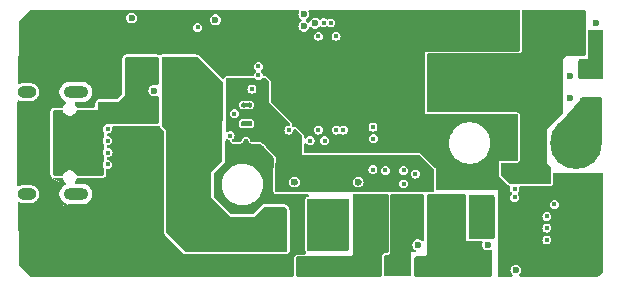
<source format=gbr>
%TF.GenerationSoftware,KiCad,Pcbnew,8.0.3*%
%TF.CreationDate,2024-10-12T12:31:44+02:00*%
%TF.ProjectId,Parkside-100W-Brick,5061726b-7369-4646-952d-313030572d42,rev?*%
%TF.SameCoordinates,Original*%
%TF.FileFunction,Copper,L7,Inr*%
%TF.FilePolarity,Positive*%
%FSLAX46Y46*%
G04 Gerber Fmt 4.6, Leading zero omitted, Abs format (unit mm)*
G04 Created by KiCad (PCBNEW 8.0.3) date 2024-10-12 12:31:44*
%MOMM*%
%LPD*%
G01*
G04 APERTURE LIST*
%TA.AperFunction,ComponentPad*%
%ADD10C,0.700000*%
%TD*%
%TA.AperFunction,ComponentPad*%
%ADD11C,4.400000*%
%TD*%
%TA.AperFunction,ComponentPad*%
%ADD12O,2.100000X1.000000*%
%TD*%
%TA.AperFunction,ComponentPad*%
%ADD13O,1.600000X1.000000*%
%TD*%
%TA.AperFunction,ComponentPad*%
%ADD14R,6.500000X1.500000*%
%TD*%
%TA.AperFunction,ViaPad*%
%ADD15C,0.600000*%
%TD*%
%TA.AperFunction,ViaPad*%
%ADD16C,0.450000*%
%TD*%
G04 APERTURE END LIST*
D10*
%TO.N,Net-(J1-Pin_1)*%
%TO.C,J1*%
X195850000Y-100000000D03*
X196333274Y-98833274D03*
X196333274Y-101166726D03*
X197500000Y-98350000D03*
D11*
X197500000Y-100000000D03*
D10*
X197500000Y-101650000D03*
X198666726Y-98833274D03*
X198666726Y-101166726D03*
X199150000Y-100000000D03*
%TD*%
D12*
%TO.N,GND*%
%TO.C,J2*%
X155155000Y-95680000D03*
D13*
X150975000Y-95680000D03*
D12*
X155155000Y-104320000D03*
D13*
X150975000Y-104320000D03*
%TD*%
D10*
%TO.N,GND*%
%TO.C,J3*%
X156230000Y-90850000D03*
X157396726Y-91333274D03*
X155063274Y-91333274D03*
X157880000Y-92500000D03*
D11*
X156230000Y-92500000D03*
D10*
X154580000Y-92500000D03*
X157396726Y-93666726D03*
X155063274Y-93666726D03*
X156230000Y-94150000D03*
%TD*%
%TO.N,GND*%
%TO.C,J6*%
X156230000Y-109150000D03*
X155063274Y-108666726D03*
X157396726Y-108666726D03*
X154580000Y-107500000D03*
D11*
X156230000Y-107500000D03*
D10*
X157880000Y-107500000D03*
X155063274Y-106333274D03*
X157396726Y-106333274D03*
X156230000Y-105850000D03*
%TD*%
D14*
%TO.N,/IP2368 Buck-Boost-Converter/HB2*%
%TO.C,L1*%
X187100000Y-110500000D03*
%TO.N,/IP2368 Buck-Boost-Converter/HB1*%
X177100000Y-110500000D03*
%TD*%
D15*
%TO.N,GND*%
X163500000Y-110500000D03*
X189000000Y-91500000D03*
X152500000Y-101500000D03*
X177000000Y-96000000D03*
X173000000Y-95000000D03*
X159000000Y-110500000D03*
X151500000Y-92500000D03*
X190275352Y-98975000D03*
X162000000Y-109000000D03*
X183000000Y-94500000D03*
X169250000Y-101450000D03*
X175000000Y-97000000D03*
X192200000Y-91600000D03*
X152500000Y-98500000D03*
X189525000Y-101775352D03*
X160500000Y-101500000D03*
D16*
X195025000Y-109200000D03*
D15*
X182200000Y-107025000D03*
X182933333Y-105700000D03*
X151500000Y-94000000D03*
X157500000Y-89500000D03*
X153000000Y-92500000D03*
X159000000Y-104500000D03*
X181100000Y-99600000D03*
D16*
X169550000Y-99850000D03*
D15*
X177000000Y-94000000D03*
X181500000Y-90000000D03*
X199500000Y-110500000D03*
X172500000Y-89190000D03*
X180400000Y-89200000D03*
X151500000Y-109000000D03*
X173000000Y-94000000D03*
X161850000Y-100100000D03*
X153000000Y-110500000D03*
X189000000Y-90000000D03*
X173000000Y-96000000D03*
X186000000Y-90000000D03*
X185800000Y-98800000D03*
X153000000Y-95500000D03*
X177000000Y-97000000D03*
X151000000Y-100000000D03*
X154500000Y-110500000D03*
X152500000Y-100000000D03*
X152500000Y-103000000D03*
X171025352Y-102475000D03*
X151500000Y-107500000D03*
X171000000Y-110500000D03*
X185250000Y-91600000D03*
X178800000Y-89200000D03*
X175000000Y-95000000D03*
X166500000Y-110500000D03*
X159500000Y-107000000D03*
X157750000Y-95000000D03*
X181500000Y-94500000D03*
D16*
X169850000Y-92275000D03*
D15*
X181100000Y-98800000D03*
X151000000Y-101500000D03*
X183000000Y-90000000D03*
X151000000Y-97000000D03*
X192200000Y-89200000D03*
X185800000Y-99600000D03*
X153000000Y-107500000D03*
X153000000Y-89500000D03*
X181500000Y-93000000D03*
X186000000Y-91500000D03*
X159000000Y-106000000D03*
X182933333Y-106350000D03*
X182200000Y-106350000D03*
X181100000Y-98000000D03*
X174000000Y-94000000D03*
X154500000Y-89500000D03*
X182200000Y-107700000D03*
X152500000Y-97000000D03*
X187500000Y-90000000D03*
X169250000Y-105550000D03*
X192200000Y-90000000D03*
X183666666Y-107025000D03*
X174000000Y-93000000D03*
X199500000Y-102900000D03*
X181900000Y-99600000D03*
X175000000Y-93000000D03*
X188500000Y-102050000D03*
X190550000Y-100000000D03*
X182933333Y-107025000D03*
X190275352Y-101025000D03*
X173000000Y-93000000D03*
X181900000Y-100400000D03*
X151500000Y-91000000D03*
X185250000Y-90800000D03*
X185250000Y-89200000D03*
X190500000Y-90000000D03*
X167474648Y-102475000D03*
X184500000Y-90000000D03*
X186724648Y-98975000D03*
X151500000Y-106000000D03*
X160300000Y-107000000D03*
X175000000Y-94000000D03*
D16*
X168675000Y-100275000D03*
D15*
X161100000Y-107000000D03*
X160500000Y-110500000D03*
X183666666Y-107700000D03*
X183666666Y-105700000D03*
X153000000Y-104500000D03*
X181900000Y-98000000D03*
X183000000Y-91500000D03*
X176000000Y-96000000D03*
X198300000Y-102900000D03*
X162000000Y-106000000D03*
X157500000Y-104500000D03*
X162000000Y-101500000D03*
X174000000Y-96000000D03*
X165000000Y-110500000D03*
X160500000Y-104500000D03*
X171300000Y-103500000D03*
X173000000Y-97000000D03*
X181500000Y-91500000D03*
X157500000Y-110500000D03*
X174000000Y-95000000D03*
X176000000Y-97000000D03*
X176000000Y-94000000D03*
X182925000Y-108375000D03*
X160900000Y-99300000D03*
D16*
X168075000Y-100275000D03*
D15*
X182933333Y-107700000D03*
X182200000Y-105700000D03*
X158500000Y-95000000D03*
X181100000Y-100400000D03*
X160500000Y-103000000D03*
X151500000Y-110500000D03*
X157000000Y-95000000D03*
D16*
X169350000Y-96775000D03*
D15*
X181900000Y-98800000D03*
X158500000Y-95750000D03*
X198300000Y-110500000D03*
X162000000Y-110500000D03*
X153000000Y-94000000D03*
X187475000Y-98224648D03*
X170275000Y-105275352D03*
X168000000Y-110500000D03*
X176000000Y-93000000D03*
X162000000Y-103000000D03*
X177000000Y-95000000D03*
X185000000Y-98000000D03*
X186724648Y-101025000D03*
X177000000Y-93000000D03*
X153000000Y-91000000D03*
X187475000Y-101775352D03*
X159000000Y-109000000D03*
X183666666Y-106350000D03*
X157750000Y-95750000D03*
X172500000Y-110500000D03*
X185250000Y-90000000D03*
X174000000Y-97000000D03*
X159000000Y-101500000D03*
X168225000Y-105275352D03*
X168225000Y-101724648D03*
X192200000Y-99300000D03*
X192200000Y-101200000D03*
X156000000Y-110500000D03*
X166962500Y-90350000D03*
X185800000Y-98000000D03*
X192200000Y-98400000D03*
X185000000Y-98800000D03*
D16*
X169850000Y-96775000D03*
D15*
X189525000Y-98224648D03*
X167474648Y-104525000D03*
X160500000Y-109000000D03*
X158800000Y-98850000D03*
X160500000Y-106000000D03*
X162000000Y-104500000D03*
X175000000Y-96000000D03*
X176000000Y-95000000D03*
X192200000Y-100300000D03*
X183666666Y-105050000D03*
X167200000Y-103500000D03*
X187500000Y-91500000D03*
X192200000Y-90800000D03*
X153000000Y-106000000D03*
X185000000Y-99600000D03*
X177800000Y-89200000D03*
X159000000Y-103000000D03*
X151000000Y-103000000D03*
D16*
X170900000Y-100450000D03*
D15*
X179050000Y-103300000D03*
X173650000Y-103300000D03*
X188500000Y-97950000D03*
X151000000Y-98500000D03*
X191750000Y-108750000D03*
X184500000Y-91500000D03*
X151500000Y-89500000D03*
X161900000Y-107000000D03*
X183000000Y-93000000D03*
X182850000Y-110850000D03*
X157000000Y-95750000D03*
X169500000Y-110500000D03*
X161050000Y-100100000D03*
X158500000Y-94250000D03*
X182191666Y-108375000D03*
X160250000Y-100100000D03*
X186450000Y-100000000D03*
X190500000Y-91500000D03*
X171025352Y-104525000D03*
X156000000Y-89500000D03*
X153000000Y-109000000D03*
X170275000Y-101724648D03*
%TO.N,Net-(J1-Pin_1)*%
X198100000Y-96400000D03*
X198100000Y-97050000D03*
X199400000Y-96400000D03*
X198750000Y-97700000D03*
X198750000Y-97050000D03*
X199400000Y-97050000D03*
X199400000Y-97700000D03*
X199400000Y-98350000D03*
X198750000Y-96400000D03*
%TO.N,/IP2368 Buck-Boost-Converter/HB2*%
X186750000Y-107000000D03*
X186750000Y-108500000D03*
X186000000Y-104750000D03*
X187500000Y-104750000D03*
X185250000Y-107750000D03*
X186750000Y-107750000D03*
X186000000Y-107000000D03*
X186000000Y-106250000D03*
X186750000Y-105500000D03*
X186000000Y-105500000D03*
X187500000Y-107750000D03*
X187500000Y-107000000D03*
X187500000Y-106250000D03*
X186000000Y-108500000D03*
X185250000Y-108500000D03*
X186750000Y-104750000D03*
D16*
X176220000Y-99800000D03*
D15*
X185250000Y-105500000D03*
X187500000Y-108500000D03*
X185250000Y-106250000D03*
X185250000Y-104750000D03*
X187500000Y-105500000D03*
X186750000Y-106250000D03*
X186000000Y-107750000D03*
X185250000Y-107000000D03*
%TO.N,/IP2368 Buck-Boost-Converter/HB1*%
X179000000Y-109250000D03*
X181250000Y-104750000D03*
X179750000Y-107000000D03*
X181250000Y-106250000D03*
X179000000Y-107750000D03*
X181250000Y-107000000D03*
X179000000Y-107000000D03*
X179750000Y-107750000D03*
X180500000Y-109250000D03*
X180500000Y-107000000D03*
X179750000Y-106250000D03*
X179000000Y-104750000D03*
X180500000Y-105500000D03*
X179750000Y-104750000D03*
X179750000Y-108500000D03*
D16*
X174980000Y-99800000D03*
D15*
X180500000Y-107750000D03*
X180500000Y-104750000D03*
X181250000Y-105500000D03*
X179750000Y-109250000D03*
X179000000Y-106250000D03*
X181250000Y-108500000D03*
X179000000Y-105500000D03*
X180500000Y-108500000D03*
X180500000Y-106250000D03*
X181250000Y-107750000D03*
X179000000Y-108500000D03*
X179750000Y-105500000D03*
D16*
%TO.N,/Battery Interface/I^{2}C_INT*%
X195025000Y-108200000D03*
X170600000Y-93510000D03*
%TO.N,+5V*%
X185300000Y-103500000D03*
X184750000Y-102700000D03*
X184750000Y-103500000D03*
X168075000Y-95175000D03*
D15*
X177250000Y-103300000D03*
X175450000Y-103300000D03*
D16*
X168075000Y-94675000D03*
X171000000Y-99150000D03*
X168575000Y-94675000D03*
X168575000Y-95175000D03*
X185300000Y-102700000D03*
X171000000Y-99600000D03*
X185025000Y-103100000D03*
%TO.N,/IP2368 Buck-Boost-Converter/HLED*%
X170600000Y-94275000D03*
X165450000Y-90210000D03*
%TO.N,/Connector/PORT1_D+*%
X157875000Y-100800000D03*
X176725000Y-89825000D03*
D15*
%TO.N,/Connector/PORT1_CC2*%
X166962500Y-89550000D03*
D16*
X157850000Y-101800000D03*
X177175000Y-90950000D03*
%TO.N,/Connector/PORT1_CC1*%
X157850000Y-98800000D03*
X175675000Y-90950000D03*
D15*
X159862500Y-89400000D03*
%TO.N,/IP2368 Buck-Boost-Converter/HB_IN*%
X176500000Y-105750000D03*
X175000000Y-108750000D03*
X175000000Y-108000000D03*
X175750000Y-105750000D03*
X175750000Y-106500000D03*
X176500000Y-107250000D03*
X175750000Y-108000000D03*
X178000000Y-108750000D03*
X178000000Y-108000000D03*
X176500000Y-108000000D03*
X175000000Y-106500000D03*
X175750000Y-108750000D03*
X176500000Y-108750000D03*
D16*
X173175000Y-98900000D03*
D15*
X177250000Y-108750000D03*
X175750000Y-107250000D03*
X177250000Y-108000000D03*
X178000000Y-107250000D03*
X176500000Y-106500000D03*
X177250000Y-106500000D03*
X177250000Y-105750000D03*
X175000000Y-107250000D03*
X178000000Y-105000000D03*
X178000000Y-105750000D03*
X175000000Y-105750000D03*
X178000000Y-106500000D03*
X177250000Y-107250000D03*
D16*
%TO.N,/IP2368 Buck-Boost-Converter/LG2*%
X175680000Y-98895000D03*
D15*
X184090005Y-108605004D03*
%TO.N,/IP2368 Buck-Boost-Converter/HB_BAT*%
X190250000Y-107000000D03*
D16*
X192300000Y-104600000D03*
D15*
X190250000Y-104750000D03*
X188750000Y-106250000D03*
X188750000Y-107750000D03*
X189500000Y-104750000D03*
X189500000Y-107000000D03*
X188750000Y-105500000D03*
X188750000Y-104750000D03*
D16*
X180335000Y-99620000D03*
D15*
X189500000Y-106250000D03*
X190250000Y-106250000D03*
D16*
X177800000Y-98900000D03*
D15*
X190250000Y-105500000D03*
X188750000Y-107000000D03*
X189500000Y-105500000D03*
D16*
%TO.N,/IP2368 Buck-Boost-Converter/HG2*%
X177200000Y-98900000D03*
D15*
X190009995Y-108605004D03*
D16*
%TO.N,/Connector/PORT1_D-*%
X157850000Y-99800000D03*
X176125000Y-89814070D03*
D15*
%TO.N,/Connector/POWER_VBUS*%
X158925000Y-96825000D03*
X153500000Y-98000000D03*
X160900000Y-96300000D03*
X154500000Y-100000000D03*
X161150000Y-93150000D03*
X161150000Y-93850000D03*
X160900000Y-97000000D03*
X157575000Y-97525000D03*
X158925000Y-97525000D03*
X158250000Y-96825000D03*
X160900000Y-95600000D03*
X159600000Y-95250000D03*
X159600000Y-96650000D03*
X160450000Y-93850000D03*
X160275000Y-97350000D03*
X159750000Y-93850000D03*
X154500000Y-99000000D03*
X153500000Y-100000000D03*
X154500000Y-101000000D03*
X161150000Y-94550000D03*
X153500000Y-99000000D03*
X159600000Y-97350000D03*
X154750000Y-102000000D03*
X153500000Y-102000000D03*
X159600000Y-95950000D03*
X160275000Y-95950000D03*
X160450000Y-93150000D03*
X160275000Y-96650000D03*
X159750000Y-94550000D03*
X158250000Y-97525000D03*
X160275000Y-95250000D03*
X153500000Y-101000000D03*
X160450000Y-94550000D03*
X154750000Y-98000000D03*
%TO.N,/Battery Interface/VBAT*%
X199500000Y-94075000D03*
X198825000Y-92050000D03*
X198150000Y-94075000D03*
X198825000Y-94075000D03*
X199500000Y-92725000D03*
X199500000Y-92050000D03*
X199500000Y-90700000D03*
X198150000Y-93400000D03*
X198825000Y-91375000D03*
X198825000Y-93400000D03*
X199500000Y-93400000D03*
X198825000Y-92725000D03*
X198825000Y-90700000D03*
X199500000Y-91375000D03*
%TO.N,+3.3V*%
X174450000Y-89090000D03*
D16*
X180300000Y-102240000D03*
X195650000Y-105200000D03*
X183900000Y-102625000D03*
X168200000Y-99367500D03*
D15*
%TO.N,/IP2368 Buck-Boost-Converter/BAT*%
X192000000Y-93500000D03*
X193500000Y-98500000D03*
X194900000Y-92000000D03*
X193500000Y-100750000D03*
X194250000Y-100750000D03*
X197975000Y-90950000D03*
X193500000Y-95000000D03*
X196025000Y-89650000D03*
X193500000Y-97750000D03*
X194900000Y-90500000D03*
X196675000Y-89650000D03*
X187500000Y-95000000D03*
X193500000Y-96500000D03*
X197325000Y-90950000D03*
X193500000Y-89000000D03*
X194250000Y-97750000D03*
X192750000Y-102250000D03*
X197325000Y-92250000D03*
X192200000Y-94400000D03*
X196025000Y-92250000D03*
X196025000Y-90950000D03*
X192200000Y-95200000D03*
X193500000Y-102250000D03*
X194250000Y-102250000D03*
X194250000Y-101500000D03*
D16*
X192300000Y-103900000D03*
D15*
X197975000Y-89650000D03*
X196025000Y-90300000D03*
X195000000Y-96500000D03*
X192200000Y-96800000D03*
X186000000Y-95000000D03*
X189000000Y-96500000D03*
X185250000Y-96800000D03*
X195000000Y-103000000D03*
X192000000Y-102250000D03*
X195000000Y-95000000D03*
X196675000Y-90300000D03*
X194900000Y-89000000D03*
X197325000Y-89650000D03*
X187500000Y-96500000D03*
X189000000Y-93500000D03*
X197975000Y-91600000D03*
X187500000Y-93500000D03*
X189000000Y-95000000D03*
X195000000Y-93500000D03*
X192200000Y-96000000D03*
X194250000Y-99250000D03*
X186000000Y-96500000D03*
X190500000Y-93500000D03*
X193500000Y-92000000D03*
X193500000Y-93500000D03*
X194250000Y-103000000D03*
X196025000Y-91600000D03*
X197325000Y-90300000D03*
X197975000Y-90300000D03*
X193500000Y-103000000D03*
X196675000Y-92250000D03*
X190500000Y-95000000D03*
X195000000Y-102250000D03*
X192750000Y-103000000D03*
D16*
X180305000Y-98650000D03*
D15*
X194250000Y-98500000D03*
X193500000Y-99250000D03*
X194250000Y-100000000D03*
X197975000Y-92250000D03*
X185250000Y-94400000D03*
X193500000Y-90500000D03*
X190500000Y-96500000D03*
X197325000Y-91600000D03*
X186000000Y-93500000D03*
X193500000Y-101500000D03*
X185250000Y-95200000D03*
X185250000Y-96000000D03*
X196675000Y-90950000D03*
X196675000Y-91600000D03*
X193500000Y-100000000D03*
D16*
%TO.N,/IP2368 Buck-Boost-Converter/VBUS_G*%
X170050000Y-95425000D03*
D15*
X161800000Y-95550000D03*
%TO.N,Net-(Q3-D)*%
X197000000Y-96160000D03*
X192400000Y-110750000D03*
%TO.N,Net-(Q5-G)*%
X197000000Y-94310000D03*
X199150000Y-89850000D03*
%TO.N,/IP2368 Buck-Boost-Converter/CSP1*%
X166200000Y-94800000D03*
X163500000Y-101750000D03*
X165500000Y-108750000D03*
X164500000Y-101750000D03*
X163500000Y-99750000D03*
X163500000Y-106750000D03*
X165675000Y-93400000D03*
X165500000Y-103750000D03*
X164100000Y-95500000D03*
X164800000Y-96200000D03*
X163500000Y-103750000D03*
X164500000Y-108750000D03*
X166250000Y-100100000D03*
X167690000Y-106300000D03*
X164500000Y-105750000D03*
X163400000Y-96200000D03*
X162700000Y-96200000D03*
X168500000Y-108750000D03*
X167100000Y-107000000D03*
X162700000Y-93400000D03*
X167275000Y-96225000D03*
X163500000Y-104750000D03*
X166500000Y-105750000D03*
X162700000Y-95500000D03*
X166300000Y-107000000D03*
X163500000Y-107750000D03*
X165500000Y-95500000D03*
X167500000Y-108750000D03*
X170820000Y-106300000D03*
X172500000Y-108750000D03*
X165500000Y-98750000D03*
X164650000Y-100100000D03*
X170500000Y-107750000D03*
X163500000Y-105750000D03*
X164800000Y-94100000D03*
X164100000Y-96200000D03*
X167300000Y-98800000D03*
X162700000Y-94100000D03*
X163400000Y-94800000D03*
X165500000Y-102750000D03*
X169500000Y-107750000D03*
X166900000Y-97900000D03*
X163400000Y-94100000D03*
X163900000Y-97900000D03*
X172375000Y-105725000D03*
X165500000Y-107000000D03*
X164100000Y-93400000D03*
X164900000Y-97900000D03*
D16*
X169350000Y-98350000D03*
X169850000Y-98350000D03*
D15*
X166500000Y-101750000D03*
X167050000Y-100100000D03*
X166500000Y-108750000D03*
X164800000Y-95500000D03*
X164500000Y-103750000D03*
X165500000Y-105750000D03*
X162900000Y-97900000D03*
X164100000Y-94100000D03*
X169500000Y-108750000D03*
X162700000Y-94800000D03*
X171500000Y-106750000D03*
X166200000Y-96200000D03*
X165450000Y-100100000D03*
X164100000Y-94800000D03*
X166200000Y-95500000D03*
X164500000Y-102750000D03*
X171500000Y-107750000D03*
X170500000Y-108750000D03*
X163400000Y-95500000D03*
X166500000Y-94200000D03*
X165900000Y-97900000D03*
X163500000Y-102750000D03*
X164800000Y-94800000D03*
X163500000Y-98750000D03*
X165500000Y-94800000D03*
X167275000Y-95050000D03*
X168500000Y-107750000D03*
X164500000Y-104750000D03*
X166500000Y-98750000D03*
X165500000Y-101750000D03*
X165500000Y-104750000D03*
X164700000Y-107000000D03*
X163500000Y-100750000D03*
X172500000Y-107750000D03*
X165500000Y-96200000D03*
X171500000Y-108750000D03*
X165500000Y-94100000D03*
X169250000Y-106710000D03*
X164800000Y-93400000D03*
X163400000Y-93400000D03*
X164500000Y-98750000D03*
D16*
%TO.N,/Battery Interface/I^{2}C_SDA*%
X182900000Y-102300000D03*
X195025000Y-107200000D03*
D15*
X175400000Y-89850000D03*
D16*
%TO.N,/Battery Interface/I^{2}C_SCL*%
X195025000Y-106200000D03*
X181350000Y-102300000D03*
D15*
X174450000Y-90110000D03*
D16*
%TO.N,Net-(R25-C)*%
X168575000Y-97500000D03*
X182900000Y-103450000D03*
%TD*%
%TA.AperFunction,Conductor*%
%TO.N,+5V*%
G36*
X171225000Y-99825000D02*
G01*
X170775000Y-99825000D01*
X170775000Y-98925000D01*
X171225000Y-98925000D01*
X171225000Y-99825000D01*
G37*
%TD.AperFunction*%
%TD*%
%TA.AperFunction,Conductor*%
%TO.N,Net-(J1-Pin_1)*%
G36*
X199643039Y-96119685D02*
G01*
X199688794Y-96172489D01*
X199700000Y-96224000D01*
X199700000Y-99876000D01*
X199680315Y-99943039D01*
X199627511Y-99988794D01*
X199576000Y-100000000D01*
X197551362Y-100000000D01*
X197484323Y-99980315D01*
X197463681Y-99963681D01*
X196031906Y-98531906D01*
X195998421Y-98470583D01*
X196003405Y-98400891D01*
X196026140Y-98362717D01*
X197962938Y-96142486D01*
X198021842Y-96104907D01*
X198056381Y-96100000D01*
X199576000Y-96100000D01*
X199643039Y-96119685D01*
G37*
%TD.AperFunction*%
%TD*%
%TA.AperFunction,Conductor*%
%TO.N,/IP2368 Buck-Boost-Converter/CSP1*%
G36*
X170018039Y-98144685D02*
G01*
X170063794Y-98197489D01*
X170075000Y-98249000D01*
X170075000Y-98451000D01*
X170055315Y-98518039D01*
X170002511Y-98563794D01*
X169951000Y-98575000D01*
X169249000Y-98575000D01*
X169181961Y-98555315D01*
X169136206Y-98502511D01*
X169125000Y-98451000D01*
X169125000Y-98249000D01*
X169144685Y-98181961D01*
X169197489Y-98136206D01*
X169249000Y-98125000D01*
X169951000Y-98125000D01*
X170018039Y-98144685D01*
G37*
%TD.AperFunction*%
%TD*%
%TA.AperFunction,Conductor*%
%TO.N,+5V*%
G36*
X168800000Y-95400000D02*
G01*
X167850000Y-95400000D01*
X167850000Y-94574000D01*
X167869685Y-94506961D01*
X167922489Y-94461206D01*
X167974000Y-94450000D01*
X168800000Y-94450000D01*
X168800000Y-95400000D01*
G37*
%TD.AperFunction*%
%TD*%
%TA.AperFunction,Conductor*%
%TO.N,/IP2368 Buck-Boost-Converter/HB1*%
G36*
X181568039Y-104319685D02*
G01*
X181613794Y-104372489D01*
X181625000Y-104424000D01*
X181625000Y-109176000D01*
X181605315Y-109243039D01*
X181552511Y-109288794D01*
X181501000Y-109300000D01*
X181249999Y-109300000D01*
X181050000Y-109499999D01*
X181050000Y-111175500D01*
X181030315Y-111242539D01*
X180977511Y-111288294D01*
X180926000Y-111299500D01*
X173899000Y-111299500D01*
X173831961Y-111279815D01*
X173786206Y-111227011D01*
X173775000Y-111175500D01*
X173775000Y-109724000D01*
X173794685Y-109656961D01*
X173847489Y-109611206D01*
X173899000Y-109600000D01*
X178400000Y-109600000D01*
X178575000Y-109400000D01*
X178575000Y-104424000D01*
X178594685Y-104356961D01*
X178647489Y-104311206D01*
X178699000Y-104300000D01*
X181501000Y-104300000D01*
X181568039Y-104319685D01*
G37*
%TD.AperFunction*%
%TD*%
%TA.AperFunction,Conductor*%
%TO.N,/Battery Interface/VBAT*%
G36*
X199742539Y-90419685D02*
G01*
X199788294Y-90472489D01*
X199799500Y-90524000D01*
X199799500Y-94451000D01*
X199779815Y-94518039D01*
X199727011Y-94563794D01*
X199675500Y-94575000D01*
X197824000Y-94575000D01*
X197756961Y-94555315D01*
X197711206Y-94502511D01*
X197700000Y-94451000D01*
X197700000Y-93024000D01*
X197719685Y-92956961D01*
X197772489Y-92911206D01*
X197824000Y-92900000D01*
X198525000Y-92900000D01*
X198525000Y-90524000D01*
X198544685Y-90456961D01*
X198597489Y-90411206D01*
X198649000Y-90400000D01*
X199675500Y-90400000D01*
X199742539Y-90419685D01*
G37*
%TD.AperFunction*%
%TD*%
%TA.AperFunction,Conductor*%
%TO.N,/IP2368 Buck-Boost-Converter/CSP1*%
G36*
X165415677Y-92719685D02*
G01*
X165436319Y-92736319D01*
X167563291Y-94863291D01*
X167596776Y-94924614D01*
X167599606Y-94951911D01*
X167550384Y-101449188D01*
X167530193Y-101516077D01*
X167514069Y-101535930D01*
X166600000Y-102449999D01*
X166600000Y-102450000D01*
X166600000Y-104600000D01*
X168300000Y-106300000D01*
X170250000Y-106300000D01*
X171113681Y-105436319D01*
X171175004Y-105402834D01*
X171201362Y-105400000D01*
X172773638Y-105400000D01*
X172840677Y-105419685D01*
X172861319Y-105436319D01*
X173013681Y-105588681D01*
X173047166Y-105650004D01*
X173050000Y-105676362D01*
X173050000Y-109076000D01*
X173030315Y-109143039D01*
X172977511Y-109188794D01*
X172926000Y-109200000D01*
X164451362Y-109200000D01*
X164384323Y-109180315D01*
X164363681Y-109163681D01*
X162836319Y-107636319D01*
X162802834Y-107574996D01*
X162800000Y-107548638D01*
X162800000Y-98900000D01*
X162436319Y-98536319D01*
X162402834Y-98474996D01*
X162400000Y-98448638D01*
X162400000Y-92824000D01*
X162419685Y-92756961D01*
X162472489Y-92711206D01*
X162524000Y-92700000D01*
X165348638Y-92700000D01*
X165415677Y-92719685D01*
G37*
%TD.AperFunction*%
%TD*%
%TA.AperFunction,Conductor*%
%TO.N,/IP2368 Buck-Boost-Converter/HB2*%
G36*
X188118039Y-104319685D02*
G01*
X188163794Y-104372489D01*
X188175000Y-104424000D01*
X188175000Y-108275000D01*
X189472499Y-108275000D01*
X189539538Y-108294685D01*
X189585293Y-108347489D01*
X189595237Y-108416647D01*
X189585294Y-108450510D01*
X189573297Y-108476778D01*
X189554862Y-108605004D01*
X189573297Y-108733229D01*
X189627112Y-108851065D01*
X189627113Y-108851067D01*
X189711946Y-108948971D01*
X189820926Y-109019008D01*
X189820933Y-109019010D01*
X189945220Y-109055503D01*
X189945222Y-109055504D01*
X189945223Y-109055504D01*
X190074768Y-109055504D01*
X190074768Y-109055503D01*
X190153567Y-109032366D01*
X190199058Y-109019010D01*
X190199058Y-109019009D01*
X190199064Y-109019008D01*
X190208962Y-109012646D01*
X190275997Y-108992962D01*
X190343037Y-109012645D01*
X190388793Y-109065447D01*
X190400000Y-109116962D01*
X190400000Y-111175500D01*
X190380315Y-111242539D01*
X190327511Y-111288294D01*
X190276000Y-111299500D01*
X183924000Y-111299500D01*
X183856961Y-111279815D01*
X183811206Y-111227011D01*
X183800000Y-111175500D01*
X183800000Y-109724000D01*
X183819685Y-109656961D01*
X183872489Y-109611206D01*
X183924000Y-109600000D01*
X184700000Y-109600000D01*
X184900000Y-109400000D01*
X184900000Y-104429500D01*
X184919685Y-104362461D01*
X184972489Y-104316706D01*
X185024000Y-104305500D01*
X185375991Y-104305500D01*
X185376000Y-104305500D01*
X185409055Y-104301946D01*
X185409075Y-104301941D01*
X185411220Y-104301595D01*
X185431046Y-104300000D01*
X188051000Y-104300000D01*
X188118039Y-104319685D01*
G37*
%TD.AperFunction*%
%TD*%
%TA.AperFunction,Conductor*%
%TO.N,GND*%
G36*
X155100069Y-96551850D02*
G01*
X155100010Y-96781740D01*
X155085515Y-96756635D01*
X155070561Y-96741681D01*
X155037076Y-96680358D01*
X155042060Y-96610666D01*
X155083932Y-96554733D01*
X155149396Y-96530316D01*
X155158242Y-96530000D01*
X155711081Y-96530000D01*
X155100069Y-96551850D01*
G37*
%TD.AperFunction*%
%TA.AperFunction,Conductor*%
G36*
X154464306Y-94841332D02*
G01*
X154357069Y-94862663D01*
X154357063Y-94862665D01*
X154202372Y-94926740D01*
X154202371Y-94926740D01*
X154063160Y-95019758D01*
X154063152Y-95019764D01*
X153944764Y-95138152D01*
X153944758Y-95138160D01*
X153851740Y-95277371D01*
X153851740Y-95277372D01*
X153787665Y-95432063D01*
X153787663Y-95432071D01*
X153755000Y-95596277D01*
X153755000Y-95763722D01*
X153787663Y-95927928D01*
X153787665Y-95927936D01*
X153851740Y-96082627D01*
X153851740Y-96082628D01*
X153944758Y-96221839D01*
X153944764Y-96221847D01*
X154063152Y-96340235D01*
X154063160Y-96340241D01*
X154202372Y-96433259D01*
X154232790Y-96445859D01*
X154287193Y-96489700D01*
X154309258Y-96555994D01*
X154300205Y-96591464D01*
X154300240Y-96581473D01*
X153750000Y-96600000D01*
X153750000Y-94650000D01*
X154464306Y-94841332D01*
G37*
%TD.AperFunction*%
%TA.AperFunction,Conductor*%
G36*
X156550000Y-96500000D02*
G01*
X155805736Y-96526615D01*
X155952928Y-96497336D01*
X155952936Y-96497334D01*
X156107627Y-96433259D01*
X156107628Y-96433259D01*
X156246839Y-96340241D01*
X156246847Y-96340235D01*
X156365235Y-96221847D01*
X156365241Y-96221839D01*
X156458259Y-96082628D01*
X156458259Y-96082627D01*
X156522334Y-95927936D01*
X156522336Y-95927928D01*
X156550000Y-95788856D01*
X156550000Y-96500000D01*
G37*
%TD.AperFunction*%
%TA.AperFunction,Conductor*%
G36*
X156550000Y-95400000D02*
G01*
X156550000Y-95571142D01*
X156522336Y-95432071D01*
X156522334Y-95432063D01*
X156503943Y-95387663D01*
X156550000Y-95400000D01*
G37*
%TD.AperFunction*%
%TD*%
%TA.AperFunction,Conductor*%
%TO.N,GND*%
G36*
X152500000Y-94650000D02*
G01*
X152500000Y-96850000D01*
X150200500Y-96850000D01*
X150200500Y-96480828D01*
X150220185Y-96413789D01*
X150272989Y-96368034D01*
X150342147Y-96358090D01*
X150371954Y-96366267D01*
X150456236Y-96401178D01*
X150456240Y-96401179D01*
X150601126Y-96429999D01*
X150601129Y-96430000D01*
X151348871Y-96430000D01*
X151348873Y-96429999D01*
X151493759Y-96401179D01*
X151493767Y-96401177D01*
X151630254Y-96344642D01*
X151630264Y-96344637D01*
X151753096Y-96262563D01*
X151753100Y-96262560D01*
X151857560Y-96158100D01*
X151857563Y-96158096D01*
X151939637Y-96035264D01*
X151939642Y-96035254D01*
X151996177Y-95898767D01*
X151996179Y-95898759D01*
X152024999Y-95753873D01*
X152025000Y-95753871D01*
X152025000Y-95606128D01*
X152024999Y-95606126D01*
X151996179Y-95461240D01*
X151996177Y-95461232D01*
X151939642Y-95324745D01*
X151939637Y-95324735D01*
X151857563Y-95201903D01*
X151857560Y-95201899D01*
X151753100Y-95097439D01*
X151753096Y-95097436D01*
X151630264Y-95015362D01*
X151630254Y-95015357D01*
X151493767Y-94958822D01*
X151493759Y-94958820D01*
X151348872Y-94930000D01*
X150601128Y-94930000D01*
X150456240Y-94958820D01*
X150456228Y-94958823D01*
X150390161Y-94986189D01*
X150320691Y-94993658D01*
X150258212Y-94962382D01*
X150222561Y-94902293D01*
X150218779Y-94867447D01*
X150218864Y-94864911D01*
X150218866Y-94864908D01*
X150220226Y-94824557D01*
X150220226Y-94824553D01*
X150220234Y-94824553D01*
X150220228Y-94824484D01*
X150221573Y-94785306D01*
X150221572Y-94785304D01*
X150221984Y-94773316D01*
X150221964Y-94773019D01*
X150223694Y-94721716D01*
X150223730Y-94721456D01*
X150225522Y-94667533D01*
X150225524Y-94667471D01*
X150227223Y-94617071D01*
X150227205Y-94616810D01*
X150227450Y-94609418D01*
X152500000Y-94650000D01*
G37*
%TD.AperFunction*%
%TD*%
%TA.AperFunction,Conductor*%
%TO.N,GND*%
G36*
X153711428Y-103255714D02*
G01*
X153800000Y-103300000D01*
X153847112Y-103257598D01*
X154183389Y-103262269D01*
X154273018Y-103351898D01*
X154306503Y-103413221D01*
X154301519Y-103482913D01*
X154259647Y-103538846D01*
X154232793Y-103554139D01*
X154202371Y-103566740D01*
X154063160Y-103659758D01*
X154063152Y-103659764D01*
X153944764Y-103778152D01*
X153944758Y-103778160D01*
X153851740Y-103917371D01*
X153851740Y-103917372D01*
X153787665Y-104072063D01*
X153787663Y-104072071D01*
X153755000Y-104236277D01*
X153755000Y-104403722D01*
X153787663Y-104567928D01*
X153787665Y-104567936D01*
X153851740Y-104722627D01*
X153851740Y-104722628D01*
X153944758Y-104861839D01*
X153944764Y-104861847D01*
X154063152Y-104980235D01*
X154063160Y-104980241D01*
X154202371Y-105073259D01*
X154357063Y-105137334D01*
X154357071Y-105137336D01*
X154521277Y-105169999D01*
X154521280Y-105170000D01*
X154583333Y-105170000D01*
X153300000Y-105500000D01*
X153300000Y-103250000D01*
X153711428Y-103255714D01*
G37*
%TD.AperFunction*%
%TA.AperFunction,Conductor*%
G36*
X156900000Y-103300000D02*
G01*
X156800000Y-104600000D01*
X156474369Y-104683733D01*
X156522334Y-104567936D01*
X156522336Y-104567928D01*
X156554999Y-104403722D01*
X156555000Y-104403720D01*
X156555000Y-104236279D01*
X156554999Y-104236277D01*
X156522336Y-104072071D01*
X156522334Y-104072063D01*
X156458259Y-103917372D01*
X156458259Y-103917371D01*
X156365241Y-103778160D01*
X156365235Y-103778152D01*
X156246847Y-103659764D01*
X156246839Y-103659758D01*
X156107628Y-103566740D01*
X155952936Y-103502665D01*
X155952928Y-103502663D01*
X155788721Y-103470000D01*
X155158242Y-103470000D01*
X155091203Y-103450315D01*
X155045448Y-103397511D01*
X155035504Y-103328353D01*
X155060122Y-103274446D01*
X156900000Y-103300000D01*
G37*
%TD.AperFunction*%
%TD*%
%TA.AperFunction,Conductor*%
%TO.N,GND*%
G36*
X152500000Y-103300000D02*
G01*
X152500000Y-105500000D01*
X150231086Y-105500000D01*
X150230803Y-105491487D01*
X150229520Y-105452277D01*
X150229519Y-105452276D01*
X150229132Y-105440429D01*
X150229098Y-105440166D01*
X150227212Y-105383401D01*
X150227230Y-105383150D01*
X150226806Y-105370576D01*
X150226807Y-105370575D01*
X150225500Y-105331820D01*
X150224143Y-105290957D01*
X150224142Y-105290955D01*
X150223738Y-105278791D01*
X150223702Y-105278517D01*
X150221970Y-105227164D01*
X150221991Y-105226869D01*
X150220226Y-105175442D01*
X150220226Y-105175441D01*
X150218866Y-105135091D01*
X150218864Y-105135087D01*
X150218779Y-105132551D01*
X150236193Y-105064886D01*
X150287425Y-105017377D01*
X150356209Y-105005108D01*
X150390162Y-105013810D01*
X150456232Y-105041177D01*
X150456240Y-105041179D01*
X150601126Y-105069999D01*
X150601129Y-105070000D01*
X151348871Y-105070000D01*
X151348873Y-105069999D01*
X151493759Y-105041179D01*
X151493767Y-105041177D01*
X151630254Y-104984642D01*
X151630264Y-104984637D01*
X151753096Y-104902563D01*
X151753100Y-104902560D01*
X151857560Y-104798100D01*
X151857563Y-104798096D01*
X151939637Y-104675264D01*
X151939642Y-104675254D01*
X151996177Y-104538767D01*
X151996179Y-104538759D01*
X152024999Y-104393873D01*
X152025000Y-104393871D01*
X152025000Y-104246128D01*
X152024999Y-104246126D01*
X151996179Y-104101240D01*
X151996177Y-104101232D01*
X151939642Y-103964745D01*
X151939637Y-103964735D01*
X151857563Y-103841903D01*
X151857560Y-103841899D01*
X151753100Y-103737439D01*
X151753096Y-103737436D01*
X151630264Y-103655362D01*
X151630254Y-103655357D01*
X151493767Y-103598822D01*
X151493759Y-103598820D01*
X151348872Y-103570000D01*
X150601128Y-103570000D01*
X150456240Y-103598820D01*
X150456232Y-103598822D01*
X150371953Y-103633732D01*
X150302483Y-103641201D01*
X150240004Y-103609926D01*
X150204352Y-103549837D01*
X150200500Y-103519171D01*
X150200500Y-103258937D01*
X152500000Y-103300000D01*
G37*
%TD.AperFunction*%
%TD*%
%TA.AperFunction,Conductor*%
%TO.N,/IP2368 Buck-Boost-Converter/HB_IN*%
G36*
X178243039Y-104719685D02*
G01*
X178288794Y-104772489D01*
X178300000Y-104824000D01*
X178300000Y-108976000D01*
X178280315Y-109043039D01*
X178227511Y-109088794D01*
X178176000Y-109100000D01*
X176200000Y-109100000D01*
X174824000Y-109100000D01*
X174756961Y-109080315D01*
X174711206Y-109027511D01*
X174700000Y-108976000D01*
X174700000Y-104824000D01*
X174719685Y-104756961D01*
X174772489Y-104711206D01*
X174824000Y-104700000D01*
X178176000Y-104700000D01*
X178243039Y-104719685D01*
G37*
%TD.AperFunction*%
%TD*%
%TA.AperFunction,Conductor*%
%TO.N,/IP2368 Buck-Boost-Converter/HB_BAT*%
G36*
X190543039Y-104419685D02*
G01*
X190588794Y-104472489D01*
X190600000Y-104524000D01*
X190600000Y-107976000D01*
X190580315Y-108043039D01*
X190527511Y-108088794D01*
X190476000Y-108100000D01*
X188524000Y-108100000D01*
X188456961Y-108080315D01*
X188411206Y-108027511D01*
X188400000Y-107976000D01*
X188400000Y-104524000D01*
X188419685Y-104456961D01*
X188472489Y-104411206D01*
X188524000Y-104400000D01*
X190476000Y-104400000D01*
X190543039Y-104419685D01*
G37*
%TD.AperFunction*%
%TD*%
%TA.AperFunction,Conductor*%
%TO.N,GND*%
G36*
X158950000Y-92400000D02*
G01*
X159273574Y-92536897D01*
X159237916Y-92555899D01*
X159237913Y-92555901D01*
X159185104Y-92601660D01*
X159167160Y-92619242D01*
X159167154Y-92619249D01*
X159122511Y-92699059D01*
X159122509Y-92699064D01*
X159102826Y-92766096D01*
X159102825Y-92766101D01*
X159102825Y-92766102D01*
X159095901Y-92814261D01*
X159094500Y-92824003D01*
X159094500Y-95763518D01*
X159074815Y-95830557D01*
X159058181Y-95851199D01*
X158651199Y-96258181D01*
X158589876Y-96291666D01*
X158563518Y-96294500D01*
X157123992Y-96294500D01*
X157080313Y-96299197D01*
X157028825Y-96310397D01*
X157018627Y-96312890D01*
X157018624Y-96312891D01*
X156937916Y-96355899D01*
X156937913Y-96355901D01*
X156885104Y-96401660D01*
X156867160Y-96419242D01*
X156867154Y-96419249D01*
X156822511Y-96499059D01*
X156822509Y-96499064D01*
X156802826Y-96566096D01*
X156802825Y-96566101D01*
X156802825Y-96566102D01*
X156795365Y-96617988D01*
X156794500Y-96624003D01*
X156794500Y-96870500D01*
X156774815Y-96937539D01*
X156722011Y-96983294D01*
X156670500Y-96994500D01*
X155291835Y-96994500D01*
X155290206Y-96994567D01*
X155289934Y-96994500D01*
X155289251Y-96994500D01*
X155289251Y-96994330D01*
X155222406Y-96977689D01*
X155174494Y-96926834D01*
X155165275Y-96902773D01*
X155161281Y-96887865D01*
X155100010Y-96781742D01*
X155100069Y-96551850D01*
X156550000Y-96500000D01*
X156550000Y-95400000D01*
X156497333Y-95385892D01*
X156477695Y-95330506D01*
X156457933Y-95296525D01*
X156388356Y-95176888D01*
X156269109Y-95045122D01*
X156269105Y-95045119D01*
X156125145Y-94940942D01*
X156125144Y-94940941D01*
X156125142Y-94940940D01*
X155982540Y-94877665D01*
X155962706Y-94868864D01*
X155962700Y-94868862D01*
X155788856Y-94832026D01*
X155781450Y-94831857D01*
X155700000Y-94830000D01*
X154610000Y-94830000D01*
X154534815Y-94831714D01*
X154521143Y-94832026D01*
X154470011Y-94842860D01*
X153750000Y-94650000D01*
X153750000Y-96600000D01*
X154300240Y-96581473D01*
X154300059Y-96633073D01*
X154271635Y-96649485D01*
X154271632Y-96649487D01*
X154164487Y-96756632D01*
X154164485Y-96756635D01*
X154088719Y-96887863D01*
X154084726Y-96902766D01*
X154048358Y-96962425D01*
X153985510Y-96992952D01*
X153962594Y-96994045D01*
X153962594Y-96994500D01*
X153917500Y-96994500D01*
X152500000Y-96900000D01*
X152600000Y-102700000D01*
X153711428Y-103255714D01*
X153300000Y-103250000D01*
X153300000Y-105500000D01*
X154622222Y-105160000D01*
X155699989Y-105160000D01*
X155700000Y-105160000D01*
X155788855Y-105157974D01*
X155962705Y-105121136D01*
X156125142Y-105049060D01*
X156269110Y-104944877D01*
X156388354Y-104813114D01*
X156461703Y-104686990D01*
X156800000Y-104600000D01*
X156900000Y-103300000D01*
X155054511Y-103274368D01*
X155085515Y-103243365D01*
X155161281Y-103112135D01*
X155178625Y-103047405D01*
X155214989Y-102987747D01*
X155277835Y-102957217D01*
X155298399Y-102955500D01*
X157375991Y-102955500D01*
X157376000Y-102955500D01*
X157419684Y-102950803D01*
X157448875Y-102944452D01*
X157471174Y-102939602D01*
X157471190Y-102939598D01*
X157471195Y-102939597D01*
X157481373Y-102937110D01*
X157562085Y-102894100D01*
X157614889Y-102848345D01*
X157632843Y-102830754D01*
X157677490Y-102750937D01*
X157697175Y-102683898D01*
X157705500Y-102626000D01*
X157705500Y-102302479D01*
X157725185Y-102235440D01*
X157777989Y-102189685D01*
X157840241Y-102180733D01*
X157840241Y-102180181D01*
X157844087Y-102180181D01*
X157847147Y-102179741D01*
X157848784Y-102179988D01*
X157850000Y-102180181D01*
X157924931Y-102168313D01*
X157967477Y-102161575D01*
X157967478Y-102161575D01*
X157967479Y-102161574D01*
X157967482Y-102161574D01*
X158073465Y-102107573D01*
X158157573Y-102023465D01*
X158211574Y-101917482D01*
X158211575Y-101917477D01*
X158230181Y-101800003D01*
X158230181Y-101799996D01*
X158211575Y-101682522D01*
X158211575Y-101682521D01*
X158211574Y-101682519D01*
X158211574Y-101682518D01*
X158157573Y-101576535D01*
X158157571Y-101576533D01*
X158157568Y-101576529D01*
X158073470Y-101492431D01*
X158073466Y-101492428D01*
X158073465Y-101492427D01*
X157967482Y-101438426D01*
X157967481Y-101438425D01*
X157967478Y-101438424D01*
X157879259Y-101424452D01*
X157816124Y-101394523D01*
X157779193Y-101335211D01*
X157780191Y-101265348D01*
X157818801Y-101207116D01*
X157879255Y-101179506D01*
X157992482Y-101161574D01*
X158098465Y-101107573D01*
X158182573Y-101023465D01*
X158236574Y-100917482D01*
X158244018Y-100870484D01*
X158255181Y-100800003D01*
X158255181Y-100799996D01*
X158236575Y-100682522D01*
X158236575Y-100682521D01*
X158236574Y-100682519D01*
X158236574Y-100682518D01*
X158182573Y-100576535D01*
X158182571Y-100576533D01*
X158182568Y-100576529D01*
X158098470Y-100492431D01*
X158098466Y-100492428D01*
X158098465Y-100492427D01*
X157992482Y-100438426D01*
X157992481Y-100438425D01*
X157992478Y-100438424D01*
X157879259Y-100420493D01*
X157816125Y-100390564D01*
X157779193Y-100331253D01*
X157780191Y-100261390D01*
X157818801Y-100203157D01*
X157879260Y-100175547D01*
X157967477Y-100161575D01*
X157967478Y-100161575D01*
X157967479Y-100161574D01*
X157967482Y-100161574D01*
X158073465Y-100107573D01*
X158157573Y-100023465D01*
X158211574Y-99917482D01*
X158219113Y-99869881D01*
X158230181Y-99800003D01*
X158230181Y-99799996D01*
X158211575Y-99682522D01*
X158211575Y-99682521D01*
X158211574Y-99682519D01*
X158211574Y-99682518D01*
X158157573Y-99576535D01*
X158157571Y-99576533D01*
X158157568Y-99576529D01*
X158073470Y-99492431D01*
X158073466Y-99492428D01*
X158073465Y-99492427D01*
X157967482Y-99438426D01*
X157967480Y-99438425D01*
X157967477Y-99438424D01*
X157866760Y-99422473D01*
X157803625Y-99392544D01*
X157766693Y-99333233D01*
X157767691Y-99263370D01*
X157806300Y-99205137D01*
X157866760Y-99177527D01*
X157967477Y-99161575D01*
X157967478Y-99161575D01*
X157967479Y-99161574D01*
X157967482Y-99161574D01*
X158073465Y-99107573D01*
X158157573Y-99023465D01*
X158211574Y-98917482D01*
X158230181Y-98800000D01*
X158230181Y-98799996D01*
X158214169Y-98698897D01*
X158223124Y-98629604D01*
X158268120Y-98576152D01*
X158334872Y-98555513D01*
X158336642Y-98555500D01*
X158715691Y-98555500D01*
X158715693Y-98555500D01*
X158727472Y-98555079D01*
X158731900Y-98555000D01*
X158868100Y-98555000D01*
X158872528Y-98555079D01*
X158884307Y-98555500D01*
X158884309Y-98555500D01*
X162025991Y-98555500D01*
X162026000Y-98555500D01*
X162069684Y-98550803D01*
X162104476Y-98543234D01*
X162174165Y-98548217D01*
X162230100Y-98590088D01*
X162239665Y-98604971D01*
X162255958Y-98634808D01*
X162290998Y-98681615D01*
X162291002Y-98681619D01*
X162291009Y-98681629D01*
X162291016Y-98681636D01*
X162558181Y-98948801D01*
X162591666Y-99010124D01*
X162594500Y-99036482D01*
X162594500Y-107548638D01*
X162595678Y-107570618D01*
X162598511Y-107596965D01*
X162598512Y-107596967D01*
X162622470Y-107673478D01*
X162622471Y-107673483D01*
X162624978Y-107678074D01*
X162653325Y-107729987D01*
X162655957Y-107734806D01*
X162684768Y-107773292D01*
X162699945Y-107799945D01*
X164202392Y-109302392D01*
X164231314Y-109320618D01*
X164234712Y-109323670D01*
X164234738Y-109323693D01*
X164242920Y-109330286D01*
X164255379Y-109340327D01*
X164326424Y-109377490D01*
X164393456Y-109397173D01*
X164393458Y-109397173D01*
X164393464Y-109397175D01*
X164451362Y-109405500D01*
X164451366Y-109405500D01*
X172925991Y-109405500D01*
X172926000Y-109405500D01*
X172969684Y-109400803D01*
X172998875Y-109394452D01*
X173021174Y-109389602D01*
X173021190Y-109389598D01*
X173021195Y-109389597D01*
X173031373Y-109387110D01*
X173112085Y-109344100D01*
X173128027Y-109330285D01*
X173191583Y-109301262D01*
X173199289Y-109300710D01*
X173200000Y-109300000D01*
X173200000Y-109282404D01*
X173215781Y-109221869D01*
X173227490Y-109200937D01*
X173247175Y-109133898D01*
X173255500Y-109076000D01*
X173255500Y-105676362D01*
X173254322Y-105654393D01*
X173251488Y-105628035D01*
X173227529Y-105551518D01*
X173194044Y-105490195D01*
X173158991Y-105443371D01*
X173006629Y-105291009D01*
X173006628Y-105291008D01*
X173006624Y-105291004D01*
X172990283Y-105276325D01*
X172990269Y-105276313D01*
X172969620Y-105259672D01*
X172898575Y-105222509D01*
X172831543Y-105202826D01*
X172811891Y-105200000D01*
X174544500Y-105200000D01*
X174544500Y-108976008D01*
X174548054Y-109009055D01*
X174559260Y-109060566D01*
X174593686Y-109129342D01*
X174594709Y-109130522D01*
X174595214Y-109131629D01*
X174597998Y-109135795D01*
X174597323Y-109136245D01*
X174623737Y-109194076D01*
X174625000Y-109211729D01*
X174625000Y-109320500D01*
X174605315Y-109387539D01*
X174552511Y-109433294D01*
X174501000Y-109444500D01*
X173898991Y-109444500D01*
X173865944Y-109448054D01*
X173814433Y-109459260D01*
X173745657Y-109493686D01*
X173692860Y-109539436D01*
X173687376Y-109544422D01*
X173645486Y-109613145D01*
X173645483Y-109613151D01*
X173625799Y-109680187D01*
X173625797Y-109680197D01*
X173619500Y-109723996D01*
X173619500Y-111175500D01*
X173599815Y-111242539D01*
X173547011Y-111288294D01*
X173495500Y-111299500D01*
X151309412Y-111299500D01*
X151242373Y-111279815D01*
X151221731Y-111263181D01*
X150408371Y-110449821D01*
X150374886Y-110388498D01*
X150372093Y-110365353D01*
X150372031Y-110362944D01*
X150372043Y-110362799D01*
X150370625Y-110308384D01*
X150370624Y-110308350D01*
X150369645Y-110270375D01*
X150369644Y-110270373D01*
X150369335Y-110258392D01*
X150369318Y-110258263D01*
X150367159Y-110175396D01*
X150367170Y-110175258D01*
X150365765Y-110121866D01*
X150365764Y-110121832D01*
X150364410Y-110069880D01*
X150364392Y-110069734D01*
X150362131Y-109983840D01*
X150362142Y-109983699D01*
X150360715Y-109930028D01*
X150360714Y-109929994D01*
X150359372Y-109879014D01*
X150359355Y-109878878D01*
X150357006Y-109790493D01*
X150357016Y-109790364D01*
X150355591Y-109737224D01*
X150355590Y-109737191D01*
X150354545Y-109697861D01*
X150354544Y-109697860D01*
X150354227Y-109685903D01*
X150354210Y-109685761D01*
X150354061Y-109680189D01*
X150351770Y-109594797D01*
X150351780Y-109594671D01*
X150350961Y-109564409D01*
X150350286Y-109539442D01*
X150350292Y-109539441D01*
X150350285Y-109539411D01*
X150349281Y-109501956D01*
X150349280Y-109501954D01*
X150348960Y-109490013D01*
X150348943Y-109489878D01*
X150346439Y-109397397D01*
X150346449Y-109397284D01*
X150346080Y-109383765D01*
X150346081Y-109383764D01*
X150344895Y-109340327D01*
X150343914Y-109304075D01*
X150343913Y-109304073D01*
X150343564Y-109291176D01*
X150343549Y-109291070D01*
X150340975Y-109196732D01*
X150340984Y-109196607D01*
X150339542Y-109144240D01*
X150339541Y-109144210D01*
X150338459Y-109104565D01*
X150338458Y-109104563D01*
X150338105Y-109091631D01*
X150338089Y-109091506D01*
X150337237Y-109060566D01*
X150335470Y-108996408D01*
X150335480Y-108996287D01*
X150333975Y-108942132D01*
X150333974Y-108942098D01*
X150332919Y-108903753D01*
X150332918Y-108903751D01*
X150332564Y-108890876D01*
X150332549Y-108890765D01*
X150329880Y-108794643D01*
X150329890Y-108794526D01*
X150328416Y-108741902D01*
X150328415Y-108741869D01*
X150326949Y-108689069D01*
X150326932Y-108688939D01*
X150324212Y-108591785D01*
X150324221Y-108591668D01*
X150323871Y-108579284D01*
X150323872Y-108579283D01*
X150322689Y-108537411D01*
X150322689Y-108537410D01*
X150322694Y-108537409D01*
X150322688Y-108537381D01*
X150321631Y-108499595D01*
X150321629Y-108499592D01*
X150321270Y-108486732D01*
X150321255Y-108486616D01*
X150318503Y-108389118D01*
X150318512Y-108388995D01*
X150318159Y-108376607D01*
X150318160Y-108376606D01*
X150317004Y-108335996D01*
X150315901Y-108296922D01*
X150315900Y-108296920D01*
X150315536Y-108284018D01*
X150315519Y-108283896D01*
X150312747Y-108186500D01*
X150312757Y-108186378D01*
X150311247Y-108133800D01*
X150311246Y-108133768D01*
X150310123Y-108094301D01*
X150310122Y-108094298D01*
X150309787Y-108082532D01*
X150309772Y-108082406D01*
X150306988Y-107985445D01*
X150306999Y-107985320D01*
X150305416Y-107930669D01*
X150305415Y-107930634D01*
X150304309Y-107892073D01*
X150304308Y-107892071D01*
X150303956Y-107879796D01*
X150303940Y-107879678D01*
X150301155Y-107783464D01*
X150301166Y-107783343D01*
X150299609Y-107730023D01*
X150299608Y-107729987D01*
X150298110Y-107678213D01*
X150298093Y-107678082D01*
X150295306Y-107582599D01*
X150295316Y-107582462D01*
X150293720Y-107528260D01*
X150293719Y-107528223D01*
X150292232Y-107477272D01*
X150292215Y-107477139D01*
X150289449Y-107383159D01*
X150289459Y-107383018D01*
X150287827Y-107328052D01*
X150287826Y-107328016D01*
X150286361Y-107278215D01*
X150286341Y-107278068D01*
X150283616Y-107186294D01*
X150283626Y-107186152D01*
X150282077Y-107134484D01*
X150282076Y-107134444D01*
X150280515Y-107081860D01*
X150280495Y-107081708D01*
X150277797Y-106991705D01*
X150277808Y-106991571D01*
X150277406Y-106978286D01*
X150277407Y-106978285D01*
X150276190Y-106938042D01*
X150275008Y-106898612D01*
X150275007Y-106898611D01*
X150274636Y-106886206D01*
X150274617Y-106886061D01*
X150271969Y-106798511D01*
X150271980Y-106798357D01*
X150270383Y-106746064D01*
X150270382Y-106746026D01*
X150268787Y-106693307D01*
X150268765Y-106693146D01*
X150266163Y-106607928D01*
X150266175Y-106607763D01*
X150264557Y-106555336D01*
X150264556Y-106555295D01*
X150262967Y-106503283D01*
X150262945Y-106503117D01*
X150260416Y-106421177D01*
X150260429Y-106421005D01*
X150258663Y-106364355D01*
X150258662Y-106364317D01*
X150258498Y-106359036D01*
X150257567Y-106328835D01*
X150257566Y-106328833D01*
X150257195Y-106316816D01*
X150257175Y-106316657D01*
X150254722Y-106237998D01*
X150254735Y-106237815D01*
X150254330Y-106224972D01*
X150253079Y-106185301D01*
X150253091Y-106185256D01*
X150253078Y-106185257D01*
X150251833Y-106145318D01*
X150251832Y-106145317D01*
X150251462Y-106133430D01*
X150251437Y-106133241D01*
X150249071Y-106058234D01*
X150249086Y-106058039D01*
X150247311Y-106002392D01*
X150247310Y-106002346D01*
X150245754Y-105953015D01*
X150245728Y-105952826D01*
X150243470Y-105882024D01*
X150243485Y-105881811D01*
X150241791Y-105829406D01*
X150241789Y-105829349D01*
X150240130Y-105777309D01*
X150240101Y-105777096D01*
X150237961Y-105710831D01*
X150237975Y-105710615D01*
X150237573Y-105698344D01*
X150237574Y-105698343D01*
X150236323Y-105660122D01*
X150236333Y-105660122D01*
X150236321Y-105660069D01*
X150236138Y-105654393D01*
X150234985Y-105618706D01*
X150234984Y-105618705D01*
X150234596Y-105606679D01*
X150234566Y-105606446D01*
X150232541Y-105544593D01*
X150232557Y-105544347D01*
X150232144Y-105531903D01*
X150232145Y-105531901D01*
X150231086Y-105500000D01*
X152500000Y-105500000D01*
X152500000Y-103300000D01*
X150200500Y-103258937D01*
X150200500Y-96850000D01*
X152500000Y-96850000D01*
X152500000Y-94650000D01*
X150227450Y-94609418D01*
X150229090Y-94560076D01*
X150229123Y-94559828D01*
X150229519Y-94547723D01*
X150229520Y-94547722D01*
X150230842Y-94507312D01*
X150232145Y-94468098D01*
X150232144Y-94468096D01*
X150232550Y-94455885D01*
X150232533Y-94455635D01*
X150234556Y-94393831D01*
X150234587Y-94393605D01*
X150236371Y-94338395D01*
X150236387Y-94338343D01*
X150236373Y-94338343D01*
X150236723Y-94327649D01*
X150237574Y-94301656D01*
X150237573Y-94301653D01*
X150237966Y-94289646D01*
X150237952Y-94289435D01*
X150240090Y-94223220D01*
X150240120Y-94223015D01*
X150241791Y-94170594D01*
X150241797Y-94170594D01*
X150241792Y-94170543D01*
X150243089Y-94130442D01*
X150243088Y-94130440D01*
X150243476Y-94118449D01*
X150243462Y-94118230D01*
X150245717Y-94047539D01*
X150245742Y-94047354D01*
X150246148Y-94034436D01*
X150246150Y-94034434D01*
X150247351Y-93996309D01*
X150247367Y-93996261D01*
X150247353Y-93996261D01*
X150249077Y-93942252D01*
X150249062Y-93942050D01*
X150251426Y-93867085D01*
X150251451Y-93866905D01*
X150251832Y-93854682D01*
X150251833Y-93854681D01*
X150253137Y-93812855D01*
X150253137Y-93812854D01*
X150253142Y-93812854D01*
X150253138Y-93812808D01*
X150253392Y-93804759D01*
X150254330Y-93775027D01*
X150254329Y-93775025D01*
X150254724Y-93762516D01*
X150254711Y-93762341D01*
X150257162Y-93683752D01*
X150257183Y-93683591D01*
X150258713Y-93634016D01*
X150258714Y-93633973D01*
X150258916Y-93627482D01*
X150260039Y-93591503D01*
X150260037Y-93591500D01*
X150260418Y-93579310D01*
X150260406Y-93579138D01*
X150262932Y-93497292D01*
X150262954Y-93497130D01*
X150264561Y-93444547D01*
X150264562Y-93444508D01*
X150266165Y-93392568D01*
X150266153Y-93392392D01*
X150268753Y-93307268D01*
X150268775Y-93307102D01*
X150270423Y-93252615D01*
X150270424Y-93252574D01*
X150271968Y-93202038D01*
X150271957Y-93201880D01*
X150274603Y-93114402D01*
X150274622Y-93114268D01*
X150276260Y-93059624D01*
X150276261Y-93059588D01*
X150277796Y-93008852D01*
X150277785Y-93008700D01*
X150280482Y-92918735D01*
X150280501Y-92918593D01*
X150282102Y-92864712D01*
X150282105Y-92864712D01*
X150282102Y-92864686D01*
X150283247Y-92826503D01*
X150283246Y-92826500D01*
X150283613Y-92814261D01*
X150283603Y-92814128D01*
X150286326Y-92722428D01*
X150286346Y-92722292D01*
X150287897Y-92669581D01*
X150287898Y-92669546D01*
X150288268Y-92657092D01*
X150289096Y-92629213D01*
X150289095Y-92629211D01*
X150289447Y-92617373D01*
X150289437Y-92617235D01*
X150292199Y-92523399D01*
X150292216Y-92523280D01*
X150293720Y-92471759D01*
X150293723Y-92471759D01*
X150293720Y-92471732D01*
X150294944Y-92430180D01*
X150294943Y-92430177D01*
X150295303Y-92417952D01*
X150295294Y-92417811D01*
X150298078Y-92322433D01*
X150298095Y-92322299D01*
X150299608Y-92270011D01*
X150299609Y-92269975D01*
X150301153Y-92217107D01*
X150301143Y-92216970D01*
X150301634Y-92200000D01*
X150303924Y-92120876D01*
X150303940Y-92120763D01*
X150304308Y-92107927D01*
X150304309Y-92107926D01*
X150305416Y-92069330D01*
X150306606Y-92028243D01*
X150306985Y-92015162D01*
X150306974Y-92015033D01*
X150309757Y-91918105D01*
X150309773Y-91917982D01*
X150311247Y-91866200D01*
X150311250Y-91866200D01*
X150311247Y-91866172D01*
X150312401Y-91826013D01*
X150312400Y-91826012D01*
X150312744Y-91814066D01*
X150312735Y-91813934D01*
X150315504Y-91716652D01*
X150315520Y-91716536D01*
X150315900Y-91703078D01*
X150315901Y-91703077D01*
X150317026Y-91663223D01*
X150317026Y-91663222D01*
X150317028Y-91663222D01*
X150317026Y-91663201D01*
X150318160Y-91623393D01*
X150318159Y-91623390D01*
X150318499Y-91611449D01*
X150318490Y-91611334D01*
X150321238Y-91513977D01*
X150321254Y-91513864D01*
X150322690Y-91462585D01*
X150322692Y-91462585D01*
X150322689Y-91462560D01*
X150323872Y-91420716D01*
X150323870Y-91420712D01*
X150324208Y-91408776D01*
X150324200Y-91408653D01*
X150326917Y-91311602D01*
X150326934Y-91311482D01*
X150328485Y-91255631D01*
X150328488Y-91255631D01*
X150328485Y-91255603D01*
X150329530Y-91218327D01*
X150329877Y-91205958D01*
X150329867Y-91205823D01*
X150332532Y-91109843D01*
X150332548Y-91109724D01*
X150333975Y-91057866D01*
X150333978Y-91057866D01*
X150333975Y-91057838D01*
X150335123Y-91016557D01*
X150335122Y-91016555D01*
X150335466Y-91004192D01*
X150335457Y-91004067D01*
X150338074Y-90909032D01*
X150338090Y-90908921D01*
X150338458Y-90895435D01*
X150338459Y-90895434D01*
X150339542Y-90855758D01*
X150339542Y-90855757D01*
X150339545Y-90855757D01*
X150339542Y-90855731D01*
X150340644Y-90815749D01*
X150340643Y-90815748D01*
X150340972Y-90803839D01*
X150340963Y-90803706D01*
X150343533Y-90709533D01*
X150343548Y-90709423D01*
X150343913Y-90695925D01*
X150343914Y-90695924D01*
X150344917Y-90658845D01*
X150344917Y-90658844D01*
X150344920Y-90658844D01*
X150344917Y-90658818D01*
X150346081Y-90616235D01*
X150346079Y-90616232D01*
X150346436Y-90603199D01*
X150346426Y-90603081D01*
X150348930Y-90510597D01*
X150348947Y-90510469D01*
X150349280Y-90498044D01*
X150349281Y-90498043D01*
X150350359Y-90457837D01*
X150350368Y-90457807D01*
X150350360Y-90457807D01*
X150351428Y-90418358D01*
X150351427Y-90418356D01*
X150351768Y-90405778D01*
X150351758Y-90405644D01*
X150353088Y-90356063D01*
X150354197Y-90314705D01*
X150354214Y-90314575D01*
X150354544Y-90302139D01*
X150354545Y-90302138D01*
X150355654Y-90260381D01*
X150355657Y-90260381D01*
X150355654Y-90260352D01*
X150356672Y-90222451D01*
X150356671Y-90222450D01*
X150357003Y-90210119D01*
X150356993Y-90209992D01*
X150359341Y-90121620D01*
X150359358Y-90121501D01*
X150359699Y-90108541D01*
X150359700Y-90108540D01*
X150360715Y-90069971D01*
X150360715Y-90069970D01*
X150360718Y-90069970D01*
X150360715Y-90069942D01*
X150361808Y-90028855D01*
X150362131Y-90016721D01*
X150362120Y-90016579D01*
X150364379Y-89930726D01*
X150364397Y-89930598D01*
X150364736Y-89917590D01*
X150364737Y-89917589D01*
X150365767Y-89878050D01*
X150365767Y-89878049D01*
X150365770Y-89878049D01*
X150365767Y-89878021D01*
X150366824Y-89837906D01*
X150366823Y-89837904D01*
X150367159Y-89825160D01*
X150367148Y-89825017D01*
X150367903Y-89796063D01*
X150369306Y-89742213D01*
X150369323Y-89742081D01*
X150369644Y-89729625D01*
X150369645Y-89729624D01*
X150370625Y-89691601D01*
X150370628Y-89691601D01*
X150370625Y-89691572D01*
X150371711Y-89649941D01*
X150371710Y-89649939D01*
X150372032Y-89637600D01*
X150372021Y-89637453D01*
X150372093Y-89634661D01*
X150393499Y-89568152D01*
X150408366Y-89550183D01*
X151221731Y-88736819D01*
X151283054Y-88703334D01*
X151309412Y-88700500D01*
X158992040Y-88700500D01*
X158950000Y-92400000D01*
G37*
%TD.AperFunction*%
%TA.AperFunction,Conductor*%
G36*
X154088719Y-103112136D02*
G01*
X154115062Y-103157762D01*
X154164485Y-103243365D01*
X154183389Y-103262269D01*
X153847112Y-103257598D01*
X154073179Y-103054138D01*
X154088719Y-103112136D01*
G37*
%TD.AperFunction*%
%TD*%
%TA.AperFunction,Conductor*%
%TO.N,/Connector/POWER_VBUS*%
G36*
X162093039Y-92719685D02*
G01*
X162138794Y-92772489D01*
X162150000Y-92824000D01*
X162150000Y-94965494D01*
X162130315Y-95032533D01*
X162077511Y-95078288D01*
X162008353Y-95088232D01*
X161991066Y-95084471D01*
X161871963Y-95049500D01*
X161871961Y-95049500D01*
X161728039Y-95049500D01*
X161728036Y-95049500D01*
X161589949Y-95090045D01*
X161468873Y-95167856D01*
X161374623Y-95276626D01*
X161374622Y-95276628D01*
X161314834Y-95407543D01*
X161294353Y-95550000D01*
X161314834Y-95692456D01*
X161374622Y-95823371D01*
X161374623Y-95823373D01*
X161468872Y-95932143D01*
X161589947Y-96009953D01*
X161589950Y-96009954D01*
X161589949Y-96009954D01*
X161728036Y-96050499D01*
X161728038Y-96050500D01*
X161728039Y-96050500D01*
X161871961Y-96050500D01*
X161991066Y-96015528D01*
X162060935Y-96015528D01*
X162119713Y-96053302D01*
X162148738Y-96116858D01*
X162150000Y-96134505D01*
X162150000Y-98226000D01*
X162130315Y-98293039D01*
X162077511Y-98338794D01*
X162026000Y-98350000D01*
X158884307Y-98350000D01*
X158877316Y-98349500D01*
X158871961Y-98349500D01*
X158728039Y-98349500D01*
X158722684Y-98349500D01*
X158715693Y-98350000D01*
X157750000Y-98350000D01*
X157716172Y-98383827D01*
X157684788Y-98406628D01*
X157596778Y-98451472D01*
X157501476Y-98546774D01*
X157501473Y-98546778D01*
X157440279Y-98666878D01*
X157419196Y-98799997D01*
X157419196Y-98800002D01*
X157440279Y-98933123D01*
X157486485Y-99023806D01*
X157500000Y-99080101D01*
X157500000Y-99519898D01*
X157486485Y-99576192D01*
X157440279Y-99666876D01*
X157419196Y-99799997D01*
X157419196Y-99800002D01*
X157440279Y-99933123D01*
X157486485Y-100023806D01*
X157500000Y-100080101D01*
X157500000Y-100568964D01*
X157486485Y-100625258D01*
X157465279Y-100666876D01*
X157444196Y-100799997D01*
X157444196Y-100800002D01*
X157465279Y-100933123D01*
X157465281Y-100933126D01*
X157486485Y-100974742D01*
X157500000Y-101031035D01*
X157500000Y-101519898D01*
X157486485Y-101576192D01*
X157440279Y-101666876D01*
X157419196Y-101799997D01*
X157419196Y-101800002D01*
X157440279Y-101933123D01*
X157486485Y-102023806D01*
X157500000Y-102080101D01*
X157500000Y-102626000D01*
X157480315Y-102693039D01*
X157427511Y-102738794D01*
X157376000Y-102750000D01*
X155278156Y-102750000D01*
X155211117Y-102730315D01*
X155165362Y-102677511D01*
X155163592Y-102673446D01*
X155161283Y-102667873D01*
X155161281Y-102667865D01*
X155085515Y-102536635D01*
X154978365Y-102429485D01*
X154912750Y-102391602D01*
X154847136Y-102353719D01*
X154773950Y-102334109D01*
X154700766Y-102314500D01*
X154549234Y-102314500D01*
X154402863Y-102353719D01*
X154271635Y-102429485D01*
X154271632Y-102429487D01*
X154164487Y-102536632D01*
X154164485Y-102536635D01*
X154088720Y-102667863D01*
X154086408Y-102673446D01*
X154042570Y-102727852D01*
X153976278Y-102749921D01*
X153971844Y-102750000D01*
X153324000Y-102750000D01*
X153256961Y-102730315D01*
X153211206Y-102677511D01*
X153200000Y-102626000D01*
X153200000Y-97324000D01*
X153219685Y-97256961D01*
X153272489Y-97211206D01*
X153324000Y-97200000D01*
X153958165Y-97200000D01*
X154025204Y-97219685D01*
X154070959Y-97272489D01*
X154077939Y-97291903D01*
X154088719Y-97332135D01*
X154164485Y-97463365D01*
X154271635Y-97570515D01*
X154402865Y-97646281D01*
X154549234Y-97685500D01*
X154549236Y-97685500D01*
X154700764Y-97685500D01*
X154700766Y-97685500D01*
X154847135Y-97646281D01*
X154978365Y-97570515D01*
X155085515Y-97463365D01*
X155161281Y-97332135D01*
X155172060Y-97291905D01*
X155208426Y-97232246D01*
X155271273Y-97201717D01*
X155291835Y-97200000D01*
X157000000Y-97200000D01*
X157000000Y-96624000D01*
X157019685Y-96556961D01*
X157072489Y-96511206D01*
X157124000Y-96500000D01*
X158700000Y-96500000D01*
X159300000Y-95900000D01*
X159300000Y-92824000D01*
X159319685Y-92756961D01*
X159372489Y-92711206D01*
X159424000Y-92700000D01*
X162026000Y-92700000D01*
X162093039Y-92719685D01*
G37*
%TD.AperFunction*%
%TD*%
%TA.AperFunction,Conductor*%
%TO.N,GND*%
G36*
X153917500Y-96994500D02*
G01*
X153323992Y-96994500D01*
X153280313Y-96999197D01*
X153228825Y-97010397D01*
X153218627Y-97012890D01*
X153218624Y-97012891D01*
X153137916Y-97055899D01*
X153137913Y-97055901D01*
X153085104Y-97101660D01*
X153067160Y-97119242D01*
X153067154Y-97119249D01*
X153022511Y-97199059D01*
X153022509Y-97199064D01*
X153002826Y-97266096D01*
X152994500Y-97324003D01*
X152994500Y-102626007D01*
X152999197Y-102669686D01*
X153010397Y-102721174D01*
X153012890Y-102731372D01*
X153012891Y-102731375D01*
X153055899Y-102812083D01*
X153055901Y-102812086D01*
X153101660Y-102864895D01*
X153119242Y-102882839D01*
X153119246Y-102882843D01*
X153119247Y-102882844D01*
X153119249Y-102882845D01*
X153199059Y-102927488D01*
X153199063Y-102927490D01*
X153266102Y-102947175D01*
X153324000Y-102955500D01*
X153324004Y-102955500D01*
X153951601Y-102955500D01*
X154018640Y-102975185D01*
X154064395Y-103027989D01*
X154071373Y-103047400D01*
X154073179Y-103054138D01*
X153800000Y-103300000D01*
X152600000Y-102700000D01*
X152500000Y-96900000D01*
X153917500Y-96994500D01*
G37*
%TD.AperFunction*%
%TD*%
%TA.AperFunction,Conductor*%
%TO.N,/IP2368 Buck-Boost-Converter/BAT*%
G36*
X198243039Y-88720185D02*
G01*
X198288794Y-88772989D01*
X198300000Y-88824500D01*
X198300000Y-92476000D01*
X198280315Y-92543039D01*
X198227511Y-92588794D01*
X198176000Y-92600000D01*
X196700000Y-92600000D01*
X196699999Y-92600000D01*
X196699998Y-92600001D01*
X196350000Y-92900000D01*
X196350000Y-97448638D01*
X196330315Y-97515677D01*
X196313681Y-97536319D01*
X195050000Y-98799999D01*
X195050000Y-98800000D01*
X195050000Y-101800000D01*
X195356699Y-102062885D01*
X195394788Y-102121457D01*
X195400000Y-102157031D01*
X195400000Y-103376000D01*
X195380315Y-103443039D01*
X195327511Y-103488794D01*
X195276000Y-103500000D01*
X191971272Y-103500000D01*
X191904233Y-103480315D01*
X191883591Y-103463681D01*
X191141819Y-102721909D01*
X191108334Y-102660586D01*
X191105500Y-102634228D01*
X191105500Y-101779500D01*
X191125185Y-101712461D01*
X191177989Y-101666706D01*
X191229500Y-101655500D01*
X192475991Y-101655500D01*
X192476000Y-101655500D01*
X192509055Y-101651946D01*
X192560566Y-101640740D01*
X192629342Y-101606313D01*
X192682146Y-101560558D01*
X192687621Y-101555580D01*
X192729516Y-101486850D01*
X192749201Y-101419811D01*
X192755500Y-101376000D01*
X192755500Y-97674000D01*
X192751946Y-97640945D01*
X192740740Y-97589434D01*
X192723545Y-97555084D01*
X192706313Y-97520657D01*
X192660563Y-97467860D01*
X192655577Y-97462376D01*
X192586854Y-97420486D01*
X192586848Y-97420483D01*
X192519812Y-97400799D01*
X192519802Y-97400797D01*
X192476003Y-97394500D01*
X192476000Y-97394500D01*
X184979500Y-97394500D01*
X184912461Y-97374815D01*
X184866706Y-97322011D01*
X184855500Y-97270500D01*
X184855500Y-92529500D01*
X184875185Y-92462461D01*
X184927989Y-92416706D01*
X184979500Y-92405500D01*
X192625991Y-92405500D01*
X192626000Y-92405500D01*
X192659055Y-92401946D01*
X192710566Y-92390740D01*
X192779342Y-92356313D01*
X192832146Y-92310558D01*
X192837621Y-92305580D01*
X192879516Y-92236850D01*
X192899201Y-92169811D01*
X192905500Y-92126000D01*
X192905500Y-88824500D01*
X192925185Y-88757461D01*
X192977989Y-88711706D01*
X193029500Y-88700500D01*
X198176000Y-88700500D01*
X198243039Y-88720185D01*
G37*
%TD.AperFunction*%
%TD*%
%TA.AperFunction,Conductor*%
%TO.N,GND*%
G36*
X199742539Y-102519685D02*
G01*
X199788294Y-102572489D01*
X199799500Y-102624000D01*
X199799500Y-110865588D01*
X199779815Y-110932627D01*
X199763181Y-110953269D01*
X199453269Y-111263181D01*
X199391946Y-111296666D01*
X199365588Y-111299500D01*
X192791476Y-111299500D01*
X192724437Y-111279815D01*
X192678682Y-111227011D01*
X192668738Y-111157853D01*
X192697762Y-111094298D01*
X192698049Y-111093967D01*
X192782882Y-110996063D01*
X192836697Y-110878226D01*
X192855133Y-110750000D01*
X192836697Y-110621774D01*
X192782882Y-110503937D01*
X192698049Y-110406033D01*
X192589069Y-110335996D01*
X192589065Y-110335994D01*
X192589064Y-110335994D01*
X192464774Y-110299500D01*
X192464772Y-110299500D01*
X192335228Y-110299500D01*
X192335226Y-110299500D01*
X192210935Y-110335994D01*
X192210932Y-110335995D01*
X192210931Y-110335996D01*
X192159677Y-110368934D01*
X192101950Y-110406033D01*
X192017118Y-110503937D01*
X192017117Y-110503938D01*
X191963302Y-110621774D01*
X191944867Y-110750000D01*
X191963302Y-110878225D01*
X191988147Y-110932627D01*
X192017118Y-110996063D01*
X192055087Y-111039882D01*
X192102238Y-111094298D01*
X192131262Y-111157854D01*
X192121318Y-111227012D01*
X192075563Y-111279816D01*
X192008524Y-111299500D01*
X190974000Y-111299500D01*
X190906961Y-111279815D01*
X190861206Y-111227011D01*
X190850000Y-111175500D01*
X190850000Y-108199996D01*
X194644819Y-108199996D01*
X194644819Y-108200003D01*
X194663424Y-108317477D01*
X194663424Y-108317478D01*
X194717428Y-108423466D01*
X194717431Y-108423470D01*
X194801529Y-108507568D01*
X194801533Y-108507571D01*
X194801535Y-108507573D01*
X194907518Y-108561574D01*
X194907520Y-108561574D01*
X194907522Y-108561575D01*
X195024997Y-108580181D01*
X195025000Y-108580181D01*
X195025003Y-108580181D01*
X195142477Y-108561575D01*
X195142478Y-108561575D01*
X195142479Y-108561574D01*
X195142482Y-108561574D01*
X195248465Y-108507573D01*
X195332573Y-108423465D01*
X195386574Y-108317482D01*
X195396954Y-108251946D01*
X195405181Y-108200003D01*
X195405181Y-108199996D01*
X195386575Y-108082522D01*
X195386575Y-108082521D01*
X195386574Y-108082519D01*
X195386574Y-108082518D01*
X195332573Y-107976535D01*
X195332571Y-107976533D01*
X195332568Y-107976529D01*
X195248470Y-107892431D01*
X195248466Y-107892428D01*
X195248465Y-107892427D01*
X195142482Y-107838426D01*
X195142480Y-107838425D01*
X195142477Y-107838424D01*
X195041760Y-107822473D01*
X195025312Y-107814676D01*
X195008240Y-107822473D01*
X194907521Y-107838424D01*
X194801533Y-107892428D01*
X194801529Y-107892431D01*
X194717431Y-107976529D01*
X194717428Y-107976533D01*
X194663424Y-108082521D01*
X194663424Y-108082522D01*
X194644819Y-108199996D01*
X190850000Y-108199996D01*
X190850000Y-107199996D01*
X194644819Y-107199996D01*
X194644819Y-107200003D01*
X194663424Y-107317477D01*
X194663424Y-107317478D01*
X194717428Y-107423466D01*
X194717431Y-107423470D01*
X194801529Y-107507568D01*
X194801533Y-107507571D01*
X194801535Y-107507573D01*
X194907518Y-107561574D01*
X194907519Y-107561574D01*
X194907521Y-107561575D01*
X195008240Y-107577527D01*
X195024686Y-107585323D01*
X195041760Y-107577527D01*
X195142477Y-107561575D01*
X195142478Y-107561575D01*
X195142479Y-107561574D01*
X195142482Y-107561574D01*
X195248465Y-107507573D01*
X195332573Y-107423465D01*
X195386574Y-107317482D01*
X195405181Y-107200000D01*
X195405181Y-107199996D01*
X195386575Y-107082522D01*
X195386575Y-107082521D01*
X195386574Y-107082519D01*
X195386574Y-107082518D01*
X195332573Y-106976535D01*
X195332571Y-106976533D01*
X195332568Y-106976529D01*
X195248470Y-106892431D01*
X195248466Y-106892428D01*
X195248465Y-106892427D01*
X195142482Y-106838426D01*
X195142480Y-106838425D01*
X195142477Y-106838424D01*
X195041760Y-106822473D01*
X195025312Y-106814676D01*
X195008240Y-106822473D01*
X194907521Y-106838424D01*
X194801533Y-106892428D01*
X194801529Y-106892431D01*
X194717431Y-106976529D01*
X194717428Y-106976533D01*
X194663424Y-107082521D01*
X194663424Y-107082522D01*
X194644819Y-107199996D01*
X190850000Y-107199996D01*
X190850000Y-106199996D01*
X194644819Y-106199996D01*
X194644819Y-106200003D01*
X194663424Y-106317477D01*
X194663424Y-106317478D01*
X194717428Y-106423466D01*
X194717431Y-106423470D01*
X194801529Y-106507568D01*
X194801533Y-106507571D01*
X194801535Y-106507573D01*
X194907518Y-106561574D01*
X194907519Y-106561574D01*
X194907521Y-106561575D01*
X195008240Y-106577527D01*
X195024686Y-106585323D01*
X195041760Y-106577527D01*
X195142477Y-106561575D01*
X195142478Y-106561575D01*
X195142479Y-106561574D01*
X195142482Y-106561574D01*
X195248465Y-106507573D01*
X195332573Y-106423465D01*
X195386574Y-106317482D01*
X195405181Y-106200000D01*
X195405181Y-106199996D01*
X195386575Y-106082522D01*
X195386575Y-106082521D01*
X195386574Y-106082519D01*
X195386574Y-106082518D01*
X195332573Y-105976535D01*
X195332571Y-105976533D01*
X195332568Y-105976529D01*
X195248470Y-105892431D01*
X195248466Y-105892428D01*
X195248465Y-105892427D01*
X195142482Y-105838426D01*
X195142480Y-105838425D01*
X195142477Y-105838424D01*
X195025003Y-105819819D01*
X195024997Y-105819819D01*
X194907522Y-105838424D01*
X194907521Y-105838424D01*
X194801533Y-105892428D01*
X194801529Y-105892431D01*
X194717431Y-105976529D01*
X194717428Y-105976533D01*
X194663424Y-106082521D01*
X194663424Y-106082522D01*
X194644819Y-106199996D01*
X190850000Y-106199996D01*
X190850000Y-105199996D01*
X195269819Y-105199996D01*
X195269819Y-105200003D01*
X195288424Y-105317477D01*
X195288424Y-105317478D01*
X195342428Y-105423466D01*
X195342431Y-105423470D01*
X195426529Y-105507568D01*
X195426533Y-105507571D01*
X195426535Y-105507573D01*
X195532518Y-105561574D01*
X195532520Y-105561574D01*
X195532522Y-105561575D01*
X195649997Y-105580181D01*
X195650000Y-105580181D01*
X195650003Y-105580181D01*
X195767477Y-105561575D01*
X195767478Y-105561575D01*
X195767479Y-105561574D01*
X195767482Y-105561574D01*
X195873465Y-105507573D01*
X195957573Y-105423465D01*
X196011574Y-105317482D01*
X196030181Y-105200000D01*
X196030181Y-105199996D01*
X196011575Y-105082521D01*
X196011574Y-105082519D01*
X196011574Y-105082518D01*
X195957573Y-104976535D01*
X195957571Y-104976533D01*
X195957568Y-104976529D01*
X195873470Y-104892431D01*
X195873466Y-104892428D01*
X195873465Y-104892427D01*
X195767482Y-104838426D01*
X195767480Y-104838425D01*
X195767477Y-104838424D01*
X195650003Y-104819819D01*
X195649997Y-104819819D01*
X195532522Y-104838424D01*
X195532521Y-104838424D01*
X195426533Y-104892428D01*
X195426529Y-104892431D01*
X195342431Y-104976529D01*
X195342428Y-104976533D01*
X195342427Y-104976535D01*
X195288426Y-105082518D01*
X195288425Y-105082519D01*
X195288425Y-105082521D01*
X195269819Y-105199996D01*
X190850000Y-105199996D01*
X190850000Y-104000000D01*
X190950000Y-104000000D01*
X191800000Y-103600000D01*
X191773636Y-103573636D01*
X191773650Y-103573649D01*
X191773661Y-103573659D01*
X191785999Y-103584742D01*
X191786015Y-103584755D01*
X191786021Y-103584761D01*
X191806663Y-103601395D01*
X191860422Y-103629516D01*
X191860427Y-103629517D01*
X191860432Y-103629520D01*
X191866076Y-103631800D01*
X191864790Y-103634982D01*
X191911310Y-103663261D01*
X191941914Y-103726072D01*
X191938500Y-103772649D01*
X191939952Y-103772879D01*
X191919819Y-103899996D01*
X191919819Y-103900003D01*
X191938424Y-104017477D01*
X191938424Y-104017478D01*
X191992428Y-104123466D01*
X191992431Y-104123470D01*
X192031280Y-104162319D01*
X192064765Y-104223642D01*
X192059781Y-104293334D01*
X192031280Y-104337681D01*
X191992431Y-104376529D01*
X191992428Y-104376533D01*
X191938424Y-104482521D01*
X191938424Y-104482522D01*
X191919819Y-104599996D01*
X191919819Y-104600003D01*
X191938424Y-104717477D01*
X191938424Y-104717478D01*
X191938425Y-104717481D01*
X191938426Y-104717482D01*
X191990569Y-104819819D01*
X191992428Y-104823466D01*
X191992431Y-104823470D01*
X192076529Y-104907568D01*
X192076533Y-104907571D01*
X192076535Y-104907573D01*
X192182518Y-104961574D01*
X192182520Y-104961574D01*
X192182522Y-104961575D01*
X192299997Y-104980181D01*
X192300000Y-104980181D01*
X192300003Y-104980181D01*
X192417477Y-104961575D01*
X192417478Y-104961575D01*
X192417479Y-104961574D01*
X192417482Y-104961574D01*
X192523465Y-104907573D01*
X192607573Y-104823465D01*
X192661574Y-104717482D01*
X192680181Y-104600000D01*
X192680181Y-104599996D01*
X192661575Y-104482522D01*
X192661575Y-104482521D01*
X192661574Y-104482519D01*
X192661574Y-104482518D01*
X192607573Y-104376535D01*
X192607571Y-104376533D01*
X192607568Y-104376529D01*
X192568720Y-104337681D01*
X192535235Y-104276358D01*
X192540219Y-104206666D01*
X192568720Y-104162319D01*
X192607568Y-104123470D01*
X192607573Y-104123465D01*
X192661574Y-104017482D01*
X192680181Y-103900000D01*
X192680181Y-103899996D01*
X192664169Y-103798897D01*
X192673124Y-103729604D01*
X192718120Y-103676152D01*
X192784872Y-103655513D01*
X192786642Y-103655500D01*
X195275991Y-103655500D01*
X195276000Y-103655500D01*
X195309055Y-103651946D01*
X195360566Y-103640740D01*
X195429342Y-103606313D01*
X195454210Y-103584765D01*
X195459378Y-103580287D01*
X195478400Y-103571599D01*
X195499999Y-103550000D01*
X195500000Y-103550000D01*
X195500000Y-103549999D01*
X195507840Y-103542159D01*
X195518120Y-103505544D01*
X195529516Y-103486850D01*
X195549201Y-103419811D01*
X195555500Y-103376000D01*
X195555500Y-102624000D01*
X195575185Y-102556961D01*
X195627989Y-102511206D01*
X195679500Y-102500000D01*
X199675500Y-102500000D01*
X199742539Y-102519685D01*
G37*
%TD.AperFunction*%
%TD*%
%TA.AperFunction,Conductor*%
%TO.N,+5V*%
G36*
X170261073Y-94469685D02*
G01*
X170284901Y-94492189D01*
X170285526Y-94491565D01*
X170376529Y-94582568D01*
X170376533Y-94582571D01*
X170376535Y-94582573D01*
X170482518Y-94636574D01*
X170482520Y-94636574D01*
X170482522Y-94636575D01*
X170599997Y-94655181D01*
X170600000Y-94655181D01*
X170600003Y-94655181D01*
X170717477Y-94636575D01*
X170717478Y-94636575D01*
X170717479Y-94636574D01*
X170717482Y-94636574D01*
X170823465Y-94582573D01*
X170856538Y-94549500D01*
X170914474Y-94491565D01*
X170916023Y-94493114D01*
X170960971Y-94458451D01*
X171005966Y-94450000D01*
X171098638Y-94450000D01*
X171165677Y-94469685D01*
X171186319Y-94486319D01*
X171463681Y-94763681D01*
X171497166Y-94825004D01*
X171500000Y-94851362D01*
X171500000Y-96550000D01*
X173258138Y-98308138D01*
X173291623Y-98369461D01*
X173286639Y-98439153D01*
X173244767Y-98495086D01*
X173184521Y-98517556D01*
X173184638Y-98518292D01*
X173181008Y-98518866D01*
X173179303Y-98519503D01*
X173176318Y-98519609D01*
X173057522Y-98538424D01*
X173057521Y-98538424D01*
X172951533Y-98592428D01*
X172951529Y-98592431D01*
X172867431Y-98676529D01*
X172867428Y-98676533D01*
X172813424Y-98782521D01*
X172813424Y-98782522D01*
X172794819Y-98899996D01*
X172794819Y-98900003D01*
X172813424Y-99017477D01*
X172813424Y-99017478D01*
X172813425Y-99017481D01*
X172813426Y-99017482D01*
X172864879Y-99118465D01*
X172867428Y-99123466D01*
X172867431Y-99123470D01*
X172951529Y-99207568D01*
X172951533Y-99207571D01*
X172951535Y-99207573D01*
X173057518Y-99261574D01*
X173057520Y-99261574D01*
X173057522Y-99261575D01*
X173174997Y-99280181D01*
X173175000Y-99280181D01*
X173175003Y-99280181D01*
X173292477Y-99261575D01*
X173292478Y-99261575D01*
X173292479Y-99261574D01*
X173292482Y-99261574D01*
X173398465Y-99207573D01*
X173482573Y-99123465D01*
X173536574Y-99017482D01*
X173538405Y-99005924D01*
X173556708Y-98890362D01*
X173559227Y-98890761D01*
X173574866Y-98837504D01*
X173627670Y-98791749D01*
X173696828Y-98781805D01*
X173760384Y-98810830D01*
X173766862Y-98816862D01*
X174263681Y-99313681D01*
X174297166Y-99375004D01*
X174300000Y-99401362D01*
X174300000Y-101000000D01*
X184198638Y-101000000D01*
X184265677Y-101019685D01*
X184286319Y-101036319D01*
X185463681Y-102213681D01*
X185497166Y-102275004D01*
X185500000Y-102301362D01*
X185500000Y-104026000D01*
X185480315Y-104093039D01*
X185427511Y-104138794D01*
X185376000Y-104150000D01*
X181548123Y-104150000D01*
X181530477Y-104148738D01*
X181501001Y-104144500D01*
X181501000Y-104144500D01*
X178699000Y-104144500D01*
X178698991Y-104144500D01*
X178665951Y-104148053D01*
X178663780Y-104148405D01*
X178643954Y-104150000D01*
X172126084Y-104150000D01*
X172059045Y-104130315D01*
X172013290Y-104077511D01*
X172002101Y-104023934D01*
X172006540Y-103757571D01*
X172014166Y-103300000D01*
X173194867Y-103300000D01*
X173213302Y-103428225D01*
X173223245Y-103449996D01*
X173267118Y-103546063D01*
X173351951Y-103643967D01*
X173460931Y-103714004D01*
X173570117Y-103746063D01*
X173585225Y-103750499D01*
X173585227Y-103750500D01*
X173585228Y-103750500D01*
X173714773Y-103750500D01*
X173714773Y-103750499D01*
X173839069Y-103714004D01*
X173948049Y-103643967D01*
X174032882Y-103546063D01*
X174086697Y-103428226D01*
X174105133Y-103300000D01*
X178594867Y-103300000D01*
X178613302Y-103428225D01*
X178623245Y-103449996D01*
X178667118Y-103546063D01*
X178751951Y-103643967D01*
X178860931Y-103714004D01*
X178970117Y-103746063D01*
X178985225Y-103750499D01*
X178985227Y-103750500D01*
X178985228Y-103750500D01*
X179114773Y-103750500D01*
X179114773Y-103750499D01*
X179239069Y-103714004D01*
X179348049Y-103643967D01*
X179432882Y-103546063D01*
X179476755Y-103449996D01*
X182519819Y-103449996D01*
X182519819Y-103450003D01*
X182538424Y-103567477D01*
X182538424Y-103567478D01*
X182592428Y-103673466D01*
X182592431Y-103673470D01*
X182676529Y-103757568D01*
X182676533Y-103757571D01*
X182676535Y-103757573D01*
X182782518Y-103811574D01*
X182782520Y-103811574D01*
X182782522Y-103811575D01*
X182899997Y-103830181D01*
X182900000Y-103830181D01*
X182900003Y-103830181D01*
X183017477Y-103811575D01*
X183017478Y-103811575D01*
X183017479Y-103811574D01*
X183017482Y-103811574D01*
X183123465Y-103757573D01*
X183207573Y-103673465D01*
X183261574Y-103567482D01*
X183261575Y-103567477D01*
X183280181Y-103450003D01*
X183280181Y-103449996D01*
X183261575Y-103332522D01*
X183261575Y-103332521D01*
X183261574Y-103332519D01*
X183261574Y-103332518D01*
X183207573Y-103226535D01*
X183207571Y-103226533D01*
X183207568Y-103226529D01*
X183123470Y-103142431D01*
X183123466Y-103142428D01*
X183123465Y-103142427D01*
X183017482Y-103088426D01*
X183017480Y-103088425D01*
X183017477Y-103088424D01*
X182900003Y-103069819D01*
X182899997Y-103069819D01*
X182782522Y-103088424D01*
X182782521Y-103088424D01*
X182676533Y-103142428D01*
X182676529Y-103142431D01*
X182592431Y-103226529D01*
X182592428Y-103226533D01*
X182538424Y-103332521D01*
X182538424Y-103332522D01*
X182519819Y-103449996D01*
X179476755Y-103449996D01*
X179486697Y-103428226D01*
X179505133Y-103300000D01*
X179486697Y-103171774D01*
X179432882Y-103053937D01*
X179348049Y-102956033D01*
X179239069Y-102885996D01*
X179239065Y-102885994D01*
X179239064Y-102885994D01*
X179114774Y-102849500D01*
X179114772Y-102849500D01*
X178985228Y-102849500D01*
X178985226Y-102849500D01*
X178860935Y-102885994D01*
X178860932Y-102885995D01*
X178860931Y-102885996D01*
X178809677Y-102918934D01*
X178751950Y-102956033D01*
X178667118Y-103053937D01*
X178667117Y-103053938D01*
X178613302Y-103171774D01*
X178594867Y-103300000D01*
X174105133Y-103300000D01*
X174086697Y-103171774D01*
X174032882Y-103053937D01*
X173948049Y-102956033D01*
X173839069Y-102885996D01*
X173839065Y-102885994D01*
X173839064Y-102885994D01*
X173714774Y-102849500D01*
X173714772Y-102849500D01*
X173585228Y-102849500D01*
X173585226Y-102849500D01*
X173460935Y-102885994D01*
X173460932Y-102885995D01*
X173460931Y-102885996D01*
X173409677Y-102918934D01*
X173351950Y-102956033D01*
X173267118Y-103053937D01*
X173267117Y-103053938D01*
X173213302Y-103171774D01*
X173194867Y-103300000D01*
X172014166Y-103300000D01*
X172031833Y-102239996D01*
X179919819Y-102239996D01*
X179919819Y-102240003D01*
X179938424Y-102357477D01*
X179938424Y-102357478D01*
X179938425Y-102357481D01*
X179938426Y-102357482D01*
X179968995Y-102417478D01*
X179992428Y-102463466D01*
X179992431Y-102463470D01*
X180076529Y-102547568D01*
X180076533Y-102547571D01*
X180076535Y-102547573D01*
X180182518Y-102601574D01*
X180182520Y-102601574D01*
X180182522Y-102601575D01*
X180299997Y-102620181D01*
X180300000Y-102620181D01*
X180300003Y-102620181D01*
X180417477Y-102601575D01*
X180417478Y-102601575D01*
X180417479Y-102601574D01*
X180417482Y-102601574D01*
X180523465Y-102547573D01*
X180607573Y-102463465D01*
X180661574Y-102357482D01*
X180663814Y-102343339D01*
X180670679Y-102299996D01*
X180969819Y-102299996D01*
X180969819Y-102300003D01*
X180988424Y-102417477D01*
X180988424Y-102417478D01*
X180988425Y-102417481D01*
X180988426Y-102417482D01*
X181034303Y-102507521D01*
X181042428Y-102523466D01*
X181042431Y-102523470D01*
X181126529Y-102607568D01*
X181126533Y-102607571D01*
X181126535Y-102607573D01*
X181232518Y-102661574D01*
X181232520Y-102661574D01*
X181232522Y-102661575D01*
X181349997Y-102680181D01*
X181350000Y-102680181D01*
X181350003Y-102680181D01*
X181467477Y-102661575D01*
X181467478Y-102661575D01*
X181467479Y-102661574D01*
X181467482Y-102661574D01*
X181573465Y-102607573D01*
X181657573Y-102523465D01*
X181711574Y-102417482D01*
X181714101Y-102401529D01*
X181730181Y-102300003D01*
X181730181Y-102299996D01*
X182519819Y-102299996D01*
X182519819Y-102300003D01*
X182538424Y-102417477D01*
X182538424Y-102417478D01*
X182538425Y-102417481D01*
X182538426Y-102417482D01*
X182584303Y-102507521D01*
X182592428Y-102523466D01*
X182592431Y-102523470D01*
X182676529Y-102607568D01*
X182676533Y-102607571D01*
X182676535Y-102607573D01*
X182782518Y-102661574D01*
X182782520Y-102661574D01*
X182782522Y-102661575D01*
X182899997Y-102680181D01*
X182900000Y-102680181D01*
X182900003Y-102680181D01*
X183017477Y-102661575D01*
X183017478Y-102661575D01*
X183017479Y-102661574D01*
X183017482Y-102661574D01*
X183089270Y-102624996D01*
X183519819Y-102624996D01*
X183519819Y-102625003D01*
X183538424Y-102742477D01*
X183538424Y-102742478D01*
X183592428Y-102848466D01*
X183592431Y-102848470D01*
X183676529Y-102932568D01*
X183676533Y-102932571D01*
X183676535Y-102932573D01*
X183782518Y-102986574D01*
X183782520Y-102986574D01*
X183782522Y-102986575D01*
X183899997Y-103005181D01*
X183900000Y-103005181D01*
X183900003Y-103005181D01*
X184017477Y-102986575D01*
X184017478Y-102986575D01*
X184017479Y-102986574D01*
X184017482Y-102986574D01*
X184123465Y-102932573D01*
X184207573Y-102848465D01*
X184261574Y-102742482D01*
X184261575Y-102742477D01*
X184280181Y-102625003D01*
X184280181Y-102624996D01*
X184261575Y-102507522D01*
X184261575Y-102507521D01*
X184261574Y-102507519D01*
X184261574Y-102507518D01*
X184207573Y-102401535D01*
X184207571Y-102401533D01*
X184207568Y-102401529D01*
X184123470Y-102317431D01*
X184123466Y-102317428D01*
X184123465Y-102317427D01*
X184017482Y-102263426D01*
X184017480Y-102263425D01*
X184017477Y-102263424D01*
X183900003Y-102244819D01*
X183899997Y-102244819D01*
X183782522Y-102263424D01*
X183782521Y-102263424D01*
X183676533Y-102317428D01*
X183676529Y-102317431D01*
X183592431Y-102401529D01*
X183592428Y-102401533D01*
X183538424Y-102507521D01*
X183538424Y-102507522D01*
X183519819Y-102624996D01*
X183089270Y-102624996D01*
X183123465Y-102607573D01*
X183207573Y-102523465D01*
X183261574Y-102417482D01*
X183264101Y-102401529D01*
X183280181Y-102300003D01*
X183280181Y-102299996D01*
X183261575Y-102182522D01*
X183261575Y-102182521D01*
X183261574Y-102182519D01*
X183261574Y-102182518D01*
X183207573Y-102076535D01*
X183207571Y-102076533D01*
X183207568Y-102076529D01*
X183123470Y-101992431D01*
X183123466Y-101992428D01*
X183123465Y-101992427D01*
X183017482Y-101938426D01*
X183017480Y-101938425D01*
X183017477Y-101938424D01*
X182900003Y-101919819D01*
X182899997Y-101919819D01*
X182782522Y-101938424D01*
X182782521Y-101938424D01*
X182676533Y-101992428D01*
X182676529Y-101992431D01*
X182592431Y-102076529D01*
X182592428Y-102076533D01*
X182538424Y-102182521D01*
X182538424Y-102182522D01*
X182519819Y-102299996D01*
X181730181Y-102299996D01*
X181711575Y-102182522D01*
X181711575Y-102182521D01*
X181711574Y-102182519D01*
X181711574Y-102182518D01*
X181657573Y-102076535D01*
X181657571Y-102076533D01*
X181657568Y-102076529D01*
X181573470Y-101992431D01*
X181573466Y-101992428D01*
X181573465Y-101992427D01*
X181467482Y-101938426D01*
X181467480Y-101938425D01*
X181467477Y-101938424D01*
X181350003Y-101919819D01*
X181349997Y-101919819D01*
X181232522Y-101938424D01*
X181232521Y-101938424D01*
X181126533Y-101992428D01*
X181126529Y-101992431D01*
X181042431Y-102076529D01*
X181042428Y-102076533D01*
X180988424Y-102182521D01*
X180988424Y-102182522D01*
X180969819Y-102299996D01*
X180670679Y-102299996D01*
X180680181Y-102240003D01*
X180680181Y-102239996D01*
X180661575Y-102122522D01*
X180661575Y-102122521D01*
X180661574Y-102122519D01*
X180661574Y-102122518D01*
X180607573Y-102016535D01*
X180607571Y-102016533D01*
X180607568Y-102016529D01*
X180523470Y-101932431D01*
X180523466Y-101932428D01*
X180523465Y-101932427D01*
X180417482Y-101878426D01*
X180417480Y-101878425D01*
X180417477Y-101878424D01*
X180300003Y-101859819D01*
X180299997Y-101859819D01*
X180182522Y-101878424D01*
X180182521Y-101878424D01*
X180076533Y-101932428D01*
X180076529Y-101932431D01*
X179992431Y-102016529D01*
X179992428Y-102016533D01*
X179938424Y-102122521D01*
X179938424Y-102122522D01*
X179919819Y-102239996D01*
X172031833Y-102239996D01*
X172050000Y-101150000D01*
X171270155Y-100337662D01*
X171249126Y-100308088D01*
X171207573Y-100226535D01*
X171207571Y-100226533D01*
X171207568Y-100226529D01*
X171123470Y-100142431D01*
X171123462Y-100142425D01*
X171062381Y-100111302D01*
X171029225Y-100086692D01*
X170850000Y-99900000D01*
X170400000Y-99900000D01*
X170044006Y-99900000D01*
X169976967Y-99880315D01*
X169931212Y-99827511D01*
X169930455Y-99825000D01*
X170775000Y-99825000D01*
X171225000Y-99825000D01*
X171225000Y-98925000D01*
X170775000Y-98925000D01*
X170775000Y-99825000D01*
X169930455Y-99825000D01*
X169921533Y-99795403D01*
X169911574Y-99732518D01*
X169857573Y-99626535D01*
X169857571Y-99626533D01*
X169857568Y-99626529D01*
X169773470Y-99542431D01*
X169773466Y-99542428D01*
X169773465Y-99542427D01*
X169667482Y-99488426D01*
X169667480Y-99488425D01*
X169667477Y-99488424D01*
X169550003Y-99469819D01*
X169549997Y-99469819D01*
X169432522Y-99488424D01*
X169432521Y-99488424D01*
X169326533Y-99542428D01*
X169326529Y-99542431D01*
X169242431Y-99626529D01*
X169242428Y-99626533D01*
X169242427Y-99626535D01*
X169188426Y-99732518D01*
X169178466Y-99795399D01*
X169148539Y-99858532D01*
X169089228Y-99895464D01*
X169055994Y-99900000D01*
X168717469Y-99900000D01*
X168698071Y-99898473D01*
X168687499Y-99896798D01*
X168675001Y-99894819D01*
X168674999Y-99894819D01*
X168662500Y-99896798D01*
X168651928Y-99898473D01*
X168632531Y-99900000D01*
X168495512Y-99900000D01*
X168428473Y-99880315D01*
X168382718Y-99827511D01*
X168372774Y-99758353D01*
X168401799Y-99694797D01*
X168422631Y-99675678D01*
X168423457Y-99675076D01*
X168423465Y-99675073D01*
X168507573Y-99590965D01*
X168561574Y-99484982D01*
X168574818Y-99401362D01*
X168580181Y-99367503D01*
X168580181Y-99367496D01*
X168561575Y-99250022D01*
X168561575Y-99250021D01*
X168561574Y-99250019D01*
X168561574Y-99250018D01*
X168507573Y-99144035D01*
X168507571Y-99144033D01*
X168507568Y-99144029D01*
X168423470Y-99059931D01*
X168423466Y-99059928D01*
X168423465Y-99059927D01*
X168317482Y-99005926D01*
X168317480Y-99005925D01*
X168317477Y-99005924D01*
X168200003Y-98987319D01*
X168199997Y-98987319D01*
X168082522Y-99005924D01*
X168082518Y-99005926D01*
X168030294Y-99032535D01*
X167961624Y-99045431D01*
X167896884Y-99019154D01*
X167856628Y-98962047D01*
X167850000Y-98922050D01*
X167850000Y-98248996D01*
X168969500Y-98248996D01*
X168969500Y-98451008D01*
X168973054Y-98484055D01*
X168984260Y-98535566D01*
X169018686Y-98604342D01*
X169064436Y-98657139D01*
X169069422Y-98662623D01*
X169138145Y-98704513D01*
X169138150Y-98704516D01*
X169205189Y-98724201D01*
X169249000Y-98730500D01*
X169249003Y-98730500D01*
X169950991Y-98730500D01*
X169951000Y-98730500D01*
X169984055Y-98726946D01*
X170035566Y-98715740D01*
X170104342Y-98681313D01*
X170157146Y-98635558D01*
X170162621Y-98630580D01*
X170204516Y-98561850D01*
X170224201Y-98494811D01*
X170230500Y-98451000D01*
X170230500Y-98249000D01*
X170226946Y-98215945D01*
X170215740Y-98164434D01*
X170197615Y-98128226D01*
X170181313Y-98095657D01*
X170135563Y-98042860D01*
X170130577Y-98037376D01*
X170061854Y-97995486D01*
X170061848Y-97995483D01*
X169994812Y-97975799D01*
X169994802Y-97975797D01*
X169951003Y-97969500D01*
X169951000Y-97969500D01*
X169249000Y-97969500D01*
X169248991Y-97969500D01*
X169215944Y-97973054D01*
X169164433Y-97984260D01*
X169095657Y-98018686D01*
X169042860Y-98064436D01*
X169037376Y-98069422D01*
X168995486Y-98138145D01*
X168995483Y-98138151D01*
X168975799Y-98205187D01*
X168975797Y-98205197D01*
X168969500Y-98248996D01*
X167850000Y-98248996D01*
X167850000Y-97499996D01*
X168194819Y-97499996D01*
X168194819Y-97500003D01*
X168213424Y-97617477D01*
X168213424Y-97617478D01*
X168267428Y-97723466D01*
X168267431Y-97723470D01*
X168351529Y-97807568D01*
X168351533Y-97807571D01*
X168351535Y-97807573D01*
X168457518Y-97861574D01*
X168457520Y-97861574D01*
X168457522Y-97861575D01*
X168574997Y-97880181D01*
X168575000Y-97880181D01*
X168575003Y-97880181D01*
X168692477Y-97861575D01*
X168692478Y-97861575D01*
X168692479Y-97861574D01*
X168692482Y-97861574D01*
X168798465Y-97807573D01*
X168882573Y-97723465D01*
X168936574Y-97617482D01*
X168955181Y-97500000D01*
X168955181Y-97499996D01*
X168936575Y-97382522D01*
X168936575Y-97382521D01*
X168936574Y-97382519D01*
X168936574Y-97382518D01*
X168882573Y-97276535D01*
X168882571Y-97276533D01*
X168882568Y-97276529D01*
X168798470Y-97192431D01*
X168798466Y-97192428D01*
X168798465Y-97192427D01*
X168692482Y-97138426D01*
X168692480Y-97138425D01*
X168692477Y-97138424D01*
X168575003Y-97119819D01*
X168574997Y-97119819D01*
X168457522Y-97138424D01*
X168457521Y-97138424D01*
X168351533Y-97192428D01*
X168351529Y-97192431D01*
X168267431Y-97276529D01*
X168267428Y-97276533D01*
X168213424Y-97382521D01*
X168213424Y-97382522D01*
X168194819Y-97499996D01*
X167850000Y-97499996D01*
X167850000Y-96774996D01*
X168969819Y-96774996D01*
X168969819Y-96775003D01*
X168988424Y-96892477D01*
X168988424Y-96892478D01*
X168988425Y-96892481D01*
X168988426Y-96892482D01*
X169006638Y-96928226D01*
X169042428Y-96998466D01*
X169042431Y-96998470D01*
X169126529Y-97082568D01*
X169126533Y-97082571D01*
X169126535Y-97082573D01*
X169232518Y-97136574D01*
X169232520Y-97136574D01*
X169232522Y-97136575D01*
X169349997Y-97155181D01*
X169350000Y-97155181D01*
X169350003Y-97155181D01*
X169467477Y-97136575D01*
X169467478Y-97136574D01*
X169467482Y-97136574D01*
X169543706Y-97097735D01*
X169612374Y-97084839D01*
X169656292Y-97097735D01*
X169732518Y-97136574D01*
X169732519Y-97136574D01*
X169732522Y-97136575D01*
X169849997Y-97155181D01*
X169850000Y-97155181D01*
X169850003Y-97155181D01*
X169967477Y-97136575D01*
X169967478Y-97136575D01*
X169967479Y-97136574D01*
X169967482Y-97136574D01*
X170073465Y-97082573D01*
X170157573Y-96998465D01*
X170211574Y-96892482D01*
X170219750Y-96840859D01*
X170230181Y-96775003D01*
X170230181Y-96774996D01*
X170211575Y-96657522D01*
X170211575Y-96657521D01*
X170211574Y-96657519D01*
X170211574Y-96657518D01*
X170157573Y-96551535D01*
X170157571Y-96551533D01*
X170157568Y-96551529D01*
X170073470Y-96467431D01*
X170073466Y-96467428D01*
X170073465Y-96467427D01*
X169967482Y-96413426D01*
X169967480Y-96413425D01*
X169967477Y-96413424D01*
X169850003Y-96394819D01*
X169849997Y-96394819D01*
X169732522Y-96413424D01*
X169732518Y-96413425D01*
X169656294Y-96452264D01*
X169587625Y-96465160D01*
X169543706Y-96452264D01*
X169467481Y-96413425D01*
X169467477Y-96413424D01*
X169350003Y-96394819D01*
X169349997Y-96394819D01*
X169232522Y-96413424D01*
X169232521Y-96413424D01*
X169126533Y-96467428D01*
X169126529Y-96467431D01*
X169042431Y-96551529D01*
X169042428Y-96551533D01*
X168988424Y-96657521D01*
X168988424Y-96657522D01*
X168969819Y-96774996D01*
X167850000Y-96774996D01*
X167850000Y-95424996D01*
X169669819Y-95424996D01*
X169669819Y-95425003D01*
X169688424Y-95542477D01*
X169688424Y-95542478D01*
X169688425Y-95542481D01*
X169688426Y-95542482D01*
X169710597Y-95585996D01*
X169742428Y-95648466D01*
X169742431Y-95648470D01*
X169826529Y-95732568D01*
X169826533Y-95732571D01*
X169826535Y-95732573D01*
X169932518Y-95786574D01*
X169932520Y-95786574D01*
X169932522Y-95786575D01*
X170049997Y-95805181D01*
X170050000Y-95805181D01*
X170050003Y-95805181D01*
X170167477Y-95786575D01*
X170167478Y-95786575D01*
X170167479Y-95786574D01*
X170167482Y-95786574D01*
X170273465Y-95732573D01*
X170357573Y-95648465D01*
X170411574Y-95542482D01*
X170418223Y-95500500D01*
X170430181Y-95425003D01*
X170430181Y-95424996D01*
X170411575Y-95307522D01*
X170411575Y-95307521D01*
X170411574Y-95307519D01*
X170411574Y-95307518D01*
X170357573Y-95201535D01*
X170357571Y-95201533D01*
X170357568Y-95201529D01*
X170273470Y-95117431D01*
X170273466Y-95117428D01*
X170273465Y-95117427D01*
X170167482Y-95063426D01*
X170167480Y-95063425D01*
X170167477Y-95063424D01*
X170050003Y-95044819D01*
X170049997Y-95044819D01*
X169932522Y-95063424D01*
X169932521Y-95063424D01*
X169826533Y-95117428D01*
X169826529Y-95117431D01*
X169742431Y-95201529D01*
X169742428Y-95201533D01*
X169688424Y-95307521D01*
X169688424Y-95307522D01*
X169669819Y-95424996D01*
X167850000Y-95424996D01*
X167850000Y-95400000D01*
X168800000Y-95400000D01*
X168800000Y-94450000D01*
X170194034Y-94450000D01*
X170261073Y-94469685D01*
G37*
%TD.AperFunction*%
%TD*%
%TA.AperFunction,Conductor*%
%TO.N,GND*%
G36*
X184543039Y-104325185D02*
G01*
X184588794Y-104377989D01*
X184600000Y-104429500D01*
X184600000Y-108173178D01*
X184580315Y-108240217D01*
X184527511Y-108285972D01*
X184458353Y-108295916D01*
X184394797Y-108266891D01*
X184394705Y-108266799D01*
X184388058Y-108261039D01*
X184339006Y-108229516D01*
X184279074Y-108191000D01*
X184279070Y-108190998D01*
X184279069Y-108190998D01*
X184154779Y-108154504D01*
X184154777Y-108154504D01*
X184025233Y-108154504D01*
X184025231Y-108154504D01*
X183900940Y-108190998D01*
X183900937Y-108190999D01*
X183900936Y-108191000D01*
X183849682Y-108223938D01*
X183791955Y-108261037D01*
X183707123Y-108358941D01*
X183707122Y-108358942D01*
X183653307Y-108476778D01*
X183634872Y-108605004D01*
X183653307Y-108733229D01*
X183703880Y-108843967D01*
X183707123Y-108851067D01*
X183791956Y-108948971D01*
X183900936Y-109019008D01*
X183900937Y-109019008D01*
X183905101Y-109021684D01*
X183950856Y-109074488D01*
X183960800Y-109143646D01*
X183931775Y-109207202D01*
X183872997Y-109244977D01*
X183838062Y-109250000D01*
X183500000Y-109250000D01*
X183500000Y-111126000D01*
X183480315Y-111193039D01*
X183427511Y-111238794D01*
X183376000Y-111250000D01*
X181329500Y-111250000D01*
X181262461Y-111230315D01*
X181216706Y-111177511D01*
X181205500Y-111126000D01*
X181205500Y-109615771D01*
X181225185Y-109548732D01*
X181241819Y-109528090D01*
X181278090Y-109491819D01*
X181339413Y-109458334D01*
X181365771Y-109455500D01*
X181500991Y-109455500D01*
X181501000Y-109455500D01*
X181534055Y-109451946D01*
X181585566Y-109440740D01*
X181654342Y-109406313D01*
X181707146Y-109360558D01*
X181712621Y-109355580D01*
X181754516Y-109286850D01*
X181774201Y-109219811D01*
X181780500Y-109176000D01*
X181780500Y-104429500D01*
X181800185Y-104362461D01*
X181852989Y-104316706D01*
X181904500Y-104305500D01*
X184476000Y-104305500D01*
X184543039Y-104325185D01*
G37*
%TD.AperFunction*%
%TA.AperFunction,Conductor*%
G36*
X169599430Y-99635084D02*
G01*
X169636324Y-99647072D01*
X169663428Y-99660882D01*
X169694815Y-99683686D01*
X169716313Y-99705184D01*
X169739117Y-99736571D01*
X169752924Y-99763669D01*
X169764912Y-99800565D01*
X169767943Y-99819706D01*
X169767945Y-99819717D01*
X169767947Y-99819726D01*
X169770618Y-99831401D01*
X169772651Y-99840286D01*
X169781574Y-99869885D01*
X169782329Y-99872392D01*
X169782331Y-99872395D01*
X169813693Y-99929342D01*
X169859448Y-99982146D01*
X169864426Y-99987621D01*
X169864428Y-99987623D01*
X169933151Y-100029513D01*
X169933156Y-100029516D01*
X170000195Y-100049201D01*
X170044006Y-100055500D01*
X170730872Y-100055500D01*
X170797911Y-100075185D01*
X170820324Y-100093626D01*
X170917049Y-100194381D01*
X170936546Y-100211555D01*
X170969702Y-100236165D01*
X170991784Y-100249853D01*
X171007067Y-100257640D01*
X171013429Y-100260882D01*
X171044814Y-100283685D01*
X171066311Y-100305182D01*
X171089114Y-100336567D01*
X171110568Y-100378673D01*
X171122400Y-100398204D01*
X171143430Y-100427778D01*
X171157968Y-100445339D01*
X171157974Y-100445345D01*
X171157979Y-100445351D01*
X171566104Y-100870481D01*
X171858071Y-101174613D01*
X171890298Y-101236607D01*
X171892602Y-101262553D01*
X171880398Y-101994840D01*
X171876355Y-102237405D01*
X171876312Y-102239999D01*
X171869895Y-102624999D01*
X171861016Y-103157762D01*
X171858688Y-103297413D01*
X171858645Y-103299995D01*
X171858645Y-103299999D01*
X171851062Y-103754980D01*
X171846623Y-104021340D01*
X171846623Y-104021344D01*
X171849884Y-104055722D01*
X171849885Y-104055726D01*
X171861073Y-104109300D01*
X171895770Y-104179341D01*
X171941523Y-104232143D01*
X171946506Y-104237623D01*
X172009262Y-104275876D01*
X172015234Y-104279516D01*
X172082273Y-104299201D01*
X172126084Y-104305500D01*
X174752579Y-104305500D01*
X174819618Y-104325185D01*
X174865373Y-104377989D01*
X174875317Y-104447147D01*
X174846292Y-104510703D01*
X174787514Y-104548477D01*
X174778938Y-104550666D01*
X174739433Y-104559260D01*
X174670657Y-104593686D01*
X174617860Y-104639436D01*
X174612376Y-104644422D01*
X174570486Y-104713145D01*
X174570483Y-104713151D01*
X174550799Y-104780187D01*
X174550797Y-104780197D01*
X174544500Y-104823996D01*
X174544500Y-105200000D01*
X172811889Y-105200000D01*
X172773638Y-105194500D01*
X171201362Y-105194500D01*
X171201361Y-105194500D01*
X171179381Y-105195678D01*
X171146979Y-105199163D01*
X171146916Y-105198578D01*
X171133117Y-105200000D01*
X170999999Y-105200000D01*
X170236319Y-105963681D01*
X170174996Y-105997166D01*
X170148638Y-106000000D01*
X168351362Y-106000000D01*
X168284323Y-105980315D01*
X168263681Y-105963681D01*
X166841819Y-104541819D01*
X166808334Y-104480496D01*
X166805500Y-104454138D01*
X166805500Y-103385258D01*
X167499500Y-103385258D01*
X167499500Y-103614741D01*
X167524446Y-103804215D01*
X167529452Y-103842238D01*
X167586655Y-104055726D01*
X167588842Y-104063887D01*
X167676650Y-104275876D01*
X167676657Y-104275890D01*
X167791392Y-104474617D01*
X167931081Y-104656661D01*
X167931089Y-104656670D01*
X168093330Y-104818911D01*
X168093338Y-104818918D01*
X168093339Y-104818919D01*
X168099961Y-104824000D01*
X168275382Y-104958607D01*
X168275385Y-104958608D01*
X168275388Y-104958611D01*
X168474112Y-105073344D01*
X168474117Y-105073346D01*
X168474123Y-105073349D01*
X168523900Y-105093967D01*
X168686113Y-105161158D01*
X168907762Y-105220548D01*
X169135266Y-105250500D01*
X169135273Y-105250500D01*
X169364727Y-105250500D01*
X169364734Y-105250500D01*
X169592238Y-105220548D01*
X169813887Y-105161158D01*
X170025888Y-105073344D01*
X170224612Y-104958611D01*
X170406661Y-104818919D01*
X170406665Y-104818914D01*
X170406670Y-104818911D01*
X170568911Y-104656670D01*
X170568914Y-104656665D01*
X170568919Y-104656661D01*
X170708611Y-104474612D01*
X170823344Y-104275888D01*
X170911158Y-104063887D01*
X170970548Y-103842238D01*
X171000500Y-103614734D01*
X171000500Y-103385266D01*
X170970548Y-103157762D01*
X170911158Y-102936113D01*
X170842606Y-102770615D01*
X170823349Y-102724123D01*
X170823346Y-102724117D01*
X170823344Y-102724112D01*
X170708611Y-102525388D01*
X170708608Y-102525385D01*
X170708607Y-102525382D01*
X170568918Y-102343338D01*
X170568911Y-102343330D01*
X170406670Y-102181089D01*
X170406661Y-102181081D01*
X170224617Y-102041392D01*
X170025890Y-101926657D01*
X170025876Y-101926650D01*
X169813887Y-101838842D01*
X169803265Y-101835996D01*
X169592238Y-101779452D01*
X169554215Y-101774446D01*
X169364741Y-101749500D01*
X169364734Y-101749500D01*
X169135266Y-101749500D01*
X169135258Y-101749500D01*
X168918715Y-101778009D01*
X168907762Y-101779452D01*
X168832941Y-101799500D01*
X168686112Y-101838842D01*
X168474123Y-101926650D01*
X168474109Y-101926657D01*
X168275382Y-102041392D01*
X168093338Y-102181081D01*
X167931081Y-102343338D01*
X167791392Y-102525382D01*
X167676657Y-102724109D01*
X167676650Y-102724123D01*
X167588842Y-102936112D01*
X167585878Y-102947175D01*
X167530169Y-103155088D01*
X167529453Y-103157759D01*
X167529451Y-103157770D01*
X167499500Y-103385258D01*
X166805500Y-103385258D01*
X166805500Y-102598009D01*
X166825185Y-102530970D01*
X166844092Y-102508112D01*
X167800000Y-101600000D01*
X167800000Y-99787473D01*
X167819685Y-99720434D01*
X167872489Y-99674679D01*
X167941647Y-99664735D01*
X167980290Y-99676986D01*
X168082518Y-99729074D01*
X168124146Y-99735667D01*
X168187279Y-99765595D01*
X168224210Y-99824906D01*
X168227484Y-99840484D01*
X168228801Y-99849642D01*
X168229721Y-99855115D01*
X168230028Y-99856941D01*
X168230029Y-99856945D01*
X168265197Y-99929339D01*
X168265198Y-99929341D01*
X168310951Y-99982143D01*
X168315934Y-99987623D01*
X168384657Y-100029513D01*
X168384662Y-100029516D01*
X168451701Y-100049201D01*
X168495512Y-100055500D01*
X168495515Y-100055500D01*
X168632541Y-100055500D01*
X168644720Y-100055021D01*
X168644730Y-100055020D01*
X168644735Y-100055020D01*
X168664132Y-100053493D01*
X168664160Y-100053489D01*
X168665260Y-100053403D01*
X168684739Y-100053403D01*
X168685841Y-100053489D01*
X168685868Y-100053493D01*
X168703091Y-100054848D01*
X168705277Y-100055021D01*
X168717460Y-100055500D01*
X168717469Y-100055500D01*
X169056003Y-100055500D01*
X169076995Y-100054074D01*
X169076998Y-100054073D01*
X169077023Y-100054072D01*
X169110257Y-100049536D01*
X169165747Y-100029513D01*
X169171418Y-100027467D01*
X169171419Y-100027466D01*
X169171423Y-100027465D01*
X169230734Y-99990533D01*
X169236923Y-99986472D01*
X169289051Y-99925139D01*
X169318978Y-99862006D01*
X169332051Y-99819726D01*
X169335085Y-99800565D01*
X169347072Y-99763673D01*
X169360885Y-99736563D01*
X169383685Y-99705184D01*
X169405186Y-99683682D01*
X169436569Y-99660882D01*
X169463669Y-99647073D01*
X169500564Y-99635086D01*
X169530604Y-99630328D01*
X169569396Y-99630328D01*
X169599430Y-99635084D01*
G37*
%TD.AperFunction*%
%TA.AperFunction,Conductor*%
G36*
X174006715Y-88720185D02*
G01*
X174052470Y-88772989D01*
X174062414Y-88842147D01*
X174052470Y-88876012D01*
X174013302Y-88961774D01*
X173994867Y-89090000D01*
X174013302Y-89218225D01*
X174037758Y-89271774D01*
X174067118Y-89336063D01*
X174151951Y-89433967D01*
X174247985Y-89495684D01*
X174293740Y-89548488D01*
X174303684Y-89617647D01*
X174274659Y-89681203D01*
X174247985Y-89704315D01*
X174242998Y-89707521D01*
X174151950Y-89766033D01*
X174067118Y-89863937D01*
X174067117Y-89863938D01*
X174013302Y-89981774D01*
X173994867Y-90110000D01*
X174013302Y-90238225D01*
X174054065Y-90327482D01*
X174067118Y-90356063D01*
X174151951Y-90453967D01*
X174260931Y-90524004D01*
X174385225Y-90560499D01*
X174385227Y-90560500D01*
X174385228Y-90560500D01*
X174514773Y-90560500D01*
X174514773Y-90560499D01*
X174639069Y-90524004D01*
X174748049Y-90453967D01*
X174832882Y-90356063D01*
X174886697Y-90238226D01*
X174886698Y-90238216D01*
X174886904Y-90237519D01*
X174887304Y-90236896D01*
X174890381Y-90230159D01*
X174891349Y-90230601D01*
X174924677Y-90178740D01*
X174988232Y-90149714D01*
X175057391Y-90159655D01*
X175099596Y-90191249D01*
X175101951Y-90193967D01*
X175210931Y-90264004D01*
X175335225Y-90300499D01*
X175335227Y-90300500D01*
X175335228Y-90300500D01*
X175464773Y-90300500D01*
X175464773Y-90300499D01*
X175589069Y-90264004D01*
X175698049Y-90193967D01*
X175700404Y-90191250D01*
X175740592Y-90144869D01*
X175799369Y-90107093D01*
X175869239Y-90107092D01*
X175892234Y-90118399D01*
X175892840Y-90117212D01*
X175901533Y-90121641D01*
X175901535Y-90121643D01*
X176007518Y-90175644D01*
X176007520Y-90175644D01*
X176007522Y-90175645D01*
X176124997Y-90194251D01*
X176125000Y-90194251D01*
X176125003Y-90194251D01*
X176242477Y-90175645D01*
X176242478Y-90175645D01*
X176242479Y-90175644D01*
X176242482Y-90175644D01*
X176348465Y-90121643D01*
X176348466Y-90121641D01*
X176357160Y-90117212D01*
X176358268Y-90119386D01*
X176410903Y-90100600D01*
X176478959Y-90116418D01*
X176493292Y-90127307D01*
X176493636Y-90126834D01*
X176501533Y-90132571D01*
X176501535Y-90132573D01*
X176607518Y-90186574D01*
X176607520Y-90186574D01*
X176607522Y-90186575D01*
X176724997Y-90205181D01*
X176725000Y-90205181D01*
X176725003Y-90205181D01*
X176842477Y-90186575D01*
X176842478Y-90186575D01*
X176842479Y-90186574D01*
X176842482Y-90186574D01*
X176948465Y-90132573D01*
X177032573Y-90048465D01*
X177086574Y-89942482D01*
X177086575Y-89942477D01*
X177105181Y-89825003D01*
X177105181Y-89824996D01*
X177086575Y-89707522D01*
X177086575Y-89707521D01*
X177086574Y-89707519D01*
X177086574Y-89707518D01*
X177032573Y-89601535D01*
X177032571Y-89601533D01*
X177032568Y-89601529D01*
X176948470Y-89517431D01*
X176948466Y-89517428D01*
X176948465Y-89517427D01*
X176842482Y-89463426D01*
X176842480Y-89463425D01*
X176842477Y-89463424D01*
X176725003Y-89444819D01*
X176724997Y-89444819D01*
X176607522Y-89463424D01*
X176607521Y-89463424D01*
X176560532Y-89487366D01*
X176501535Y-89517427D01*
X176501533Y-89517428D01*
X176492840Y-89521858D01*
X176491733Y-89519686D01*
X176439065Y-89538471D01*
X176371013Y-89522636D01*
X176356706Y-89511764D01*
X176356364Y-89512236D01*
X176348466Y-89506498D01*
X176348465Y-89506497D01*
X176242482Y-89452496D01*
X176242480Y-89452495D01*
X176242477Y-89452494D01*
X176125003Y-89433889D01*
X176124997Y-89433889D01*
X176007522Y-89452494D01*
X176007521Y-89452494D01*
X175901533Y-89506498D01*
X175901528Y-89506502D01*
X175886904Y-89521126D01*
X175825580Y-89554610D01*
X175755889Y-89549624D01*
X175705510Y-89514644D01*
X175698049Y-89506033D01*
X175589069Y-89435996D01*
X175589065Y-89435994D01*
X175589064Y-89435994D01*
X175464774Y-89399500D01*
X175464772Y-89399500D01*
X175335228Y-89399500D01*
X175335226Y-89399500D01*
X175210935Y-89435994D01*
X175210932Y-89435995D01*
X175210931Y-89435996D01*
X175168252Y-89463424D01*
X175101950Y-89506033D01*
X175017118Y-89603937D01*
X175017117Y-89603938D01*
X174963299Y-89721782D01*
X174963090Y-89722495D01*
X174962688Y-89723119D01*
X174959619Y-89729841D01*
X174958651Y-89729399D01*
X174925310Y-89781270D01*
X174861751Y-89810288D01*
X174792594Y-89800337D01*
X174750402Y-89768748D01*
X174748050Y-89766034D01*
X174748049Y-89766033D01*
X174652012Y-89704314D01*
X174606259Y-89651512D01*
X174596315Y-89582354D01*
X174625340Y-89518798D01*
X174652010Y-89495687D01*
X174748049Y-89433967D01*
X174832882Y-89336063D01*
X174886697Y-89218226D01*
X174905133Y-89090000D01*
X174886697Y-88961774D01*
X174847529Y-88876010D01*
X174837586Y-88806854D01*
X174866611Y-88743298D01*
X174925388Y-88705523D01*
X174960324Y-88700500D01*
X192626000Y-88700500D01*
X192693039Y-88720185D01*
X192738794Y-88772989D01*
X192750000Y-88824500D01*
X192750000Y-92126000D01*
X192730315Y-92193039D01*
X192677511Y-92238794D01*
X192626000Y-92250000D01*
X184700000Y-92250000D01*
X184700000Y-97550000D01*
X192476000Y-97550000D01*
X192543039Y-97569685D01*
X192588794Y-97622489D01*
X192600000Y-97674000D01*
X192600000Y-101376000D01*
X192580315Y-101443039D01*
X192527511Y-101488794D01*
X192476000Y-101500000D01*
X190950000Y-101500000D01*
X190950000Y-102750000D01*
X191800000Y-103600000D01*
X190950000Y-104000000D01*
X185779500Y-104000000D01*
X185712461Y-103980315D01*
X185666706Y-103927511D01*
X185655500Y-103876000D01*
X185655500Y-103655815D01*
X185661571Y-103617491D01*
X185661572Y-103617484D01*
X185661574Y-103617482D01*
X185674657Y-103534878D01*
X185680181Y-103500003D01*
X185680181Y-103499996D01*
X185661575Y-103382522D01*
X185661570Y-103382506D01*
X185655500Y-103344185D01*
X185655500Y-102855815D01*
X185661571Y-102817491D01*
X185661572Y-102817484D01*
X185661574Y-102817482D01*
X185669094Y-102770004D01*
X185680181Y-102700003D01*
X185680181Y-102699996D01*
X185661575Y-102582522D01*
X185661570Y-102582506D01*
X185655500Y-102544185D01*
X185655500Y-102301361D01*
X185655444Y-102300323D01*
X185654609Y-102284739D01*
X185651775Y-102258381D01*
X185633645Y-102200481D01*
X185600160Y-102139158D01*
X185587147Y-102121774D01*
X185573642Y-102103733D01*
X185573626Y-102103715D01*
X184396289Y-100926379D01*
X184396274Y-100926364D01*
X184396260Y-100926351D01*
X184396248Y-100926340D01*
X184383910Y-100915257D01*
X184383883Y-100915234D01*
X184363250Y-100898607D01*
X184363245Y-100898604D01*
X184309482Y-100870481D01*
X184242454Y-100850800D01*
X184242440Y-100850797D01*
X184198641Y-100844500D01*
X184198638Y-100844500D01*
X174579500Y-100844500D01*
X174512461Y-100824815D01*
X174466706Y-100772011D01*
X174455500Y-100720500D01*
X174455500Y-100105901D01*
X174475185Y-100038862D01*
X174527989Y-99993107D01*
X174597147Y-99983163D01*
X174660703Y-100012188D01*
X174667181Y-100018220D01*
X174756529Y-100107568D01*
X174756533Y-100107571D01*
X174756535Y-100107573D01*
X174862518Y-100161574D01*
X174862520Y-100161574D01*
X174862522Y-100161575D01*
X174979997Y-100180181D01*
X174980000Y-100180181D01*
X174980003Y-100180181D01*
X175097477Y-100161575D01*
X175097478Y-100161575D01*
X175097479Y-100161574D01*
X175097482Y-100161574D01*
X175203465Y-100107573D01*
X175287573Y-100023465D01*
X175341574Y-99917482D01*
X175341575Y-99917477D01*
X175360181Y-99800003D01*
X175360181Y-99799996D01*
X175839819Y-99799996D01*
X175839819Y-99800003D01*
X175858424Y-99917477D01*
X175858424Y-99917478D01*
X175858425Y-99917481D01*
X175858426Y-99917482D01*
X175906681Y-100012188D01*
X175912428Y-100023466D01*
X175912431Y-100023470D01*
X175996529Y-100107568D01*
X175996533Y-100107571D01*
X175996535Y-100107573D01*
X176102518Y-100161574D01*
X176102520Y-100161574D01*
X176102522Y-100161575D01*
X176219997Y-100180181D01*
X176220000Y-100180181D01*
X176220003Y-100180181D01*
X176337477Y-100161575D01*
X176337478Y-100161575D01*
X176337479Y-100161574D01*
X176337482Y-100161574D01*
X176443465Y-100107573D01*
X176527573Y-100023465D01*
X176581574Y-99917482D01*
X176581575Y-99917477D01*
X176600181Y-99800003D01*
X176600181Y-99799996D01*
X176581575Y-99682522D01*
X176581575Y-99682521D01*
X176581574Y-99682519D01*
X176581574Y-99682518D01*
X176527573Y-99576535D01*
X176527571Y-99576533D01*
X176527568Y-99576529D01*
X176443470Y-99492431D01*
X176443466Y-99492428D01*
X176443465Y-99492427D01*
X176337482Y-99438426D01*
X176337480Y-99438425D01*
X176337477Y-99438424D01*
X176220003Y-99419819D01*
X176219997Y-99419819D01*
X176102522Y-99438424D01*
X176102521Y-99438424D01*
X175996533Y-99492428D01*
X175996529Y-99492431D01*
X175912431Y-99576529D01*
X175912428Y-99576533D01*
X175858424Y-99682521D01*
X175858424Y-99682522D01*
X175839819Y-99799996D01*
X175360181Y-99799996D01*
X175341575Y-99682522D01*
X175341575Y-99682521D01*
X175341574Y-99682519D01*
X175341574Y-99682518D01*
X175287573Y-99576535D01*
X175287571Y-99576533D01*
X175287568Y-99576529D01*
X175203470Y-99492431D01*
X175203466Y-99492428D01*
X175203465Y-99492427D01*
X175097482Y-99438426D01*
X175097480Y-99438425D01*
X175097477Y-99438424D01*
X174980003Y-99419819D01*
X174979997Y-99419819D01*
X174862522Y-99438424D01*
X174862521Y-99438424D01*
X174756533Y-99492428D01*
X174756529Y-99492431D01*
X174667181Y-99581780D01*
X174605858Y-99615265D01*
X174536166Y-99610281D01*
X174480233Y-99568409D01*
X174455816Y-99502945D01*
X174455500Y-99494099D01*
X174455500Y-99401361D01*
X174455241Y-99396529D01*
X174454609Y-99384739D01*
X174454128Y-99380268D01*
X174451775Y-99358380D01*
X174451774Y-99358378D01*
X174433645Y-99300481D01*
X174422560Y-99280181D01*
X174400163Y-99239163D01*
X174400158Y-99239155D01*
X174373642Y-99203733D01*
X174373626Y-99203715D01*
X174064907Y-98894996D01*
X175299819Y-98894996D01*
X175299819Y-98895003D01*
X175318424Y-99012477D01*
X175318424Y-99012478D01*
X175318425Y-99012481D01*
X175318426Y-99012482D01*
X175370083Y-99113865D01*
X175372428Y-99118466D01*
X175372431Y-99118470D01*
X175456529Y-99202568D01*
X175456533Y-99202571D01*
X175456535Y-99202573D01*
X175562518Y-99256574D01*
X175562520Y-99256574D01*
X175562522Y-99256575D01*
X175679997Y-99275181D01*
X175680000Y-99275181D01*
X175680003Y-99275181D01*
X175797477Y-99256575D01*
X175797478Y-99256575D01*
X175797479Y-99256574D01*
X175797482Y-99256574D01*
X175903465Y-99202573D01*
X175987573Y-99118465D01*
X176041574Y-99012482D01*
X176045908Y-98985120D01*
X176059390Y-98899996D01*
X176819819Y-98899996D01*
X176819819Y-98900003D01*
X176838424Y-99017477D01*
X176838424Y-99017478D01*
X176838425Y-99017481D01*
X176838426Y-99017482D01*
X176889879Y-99118465D01*
X176892428Y-99123466D01*
X176892431Y-99123470D01*
X176976529Y-99207568D01*
X176976533Y-99207571D01*
X176976535Y-99207573D01*
X177082518Y-99261574D01*
X177082520Y-99261574D01*
X177082522Y-99261575D01*
X177199997Y-99280181D01*
X177200000Y-99280181D01*
X177200003Y-99280181D01*
X177317477Y-99261575D01*
X177317478Y-99261575D01*
X177317479Y-99261574D01*
X177317482Y-99261574D01*
X177423465Y-99207573D01*
X177423471Y-99207566D01*
X177427114Y-99204921D01*
X177492921Y-99181441D01*
X177560974Y-99197266D01*
X177572886Y-99204921D01*
X177576531Y-99207569D01*
X177576535Y-99207573D01*
X177682518Y-99261574D01*
X177682520Y-99261574D01*
X177682522Y-99261575D01*
X177799997Y-99280181D01*
X177800000Y-99280181D01*
X177800003Y-99280181D01*
X177917477Y-99261575D01*
X177917478Y-99261575D01*
X177917479Y-99261574D01*
X177917482Y-99261574D01*
X178023465Y-99207573D01*
X178107573Y-99123465D01*
X178161574Y-99017482D01*
X178166700Y-98985120D01*
X178180181Y-98900003D01*
X178180181Y-98899996D01*
X178161575Y-98782522D01*
X178161575Y-98782521D01*
X178161574Y-98782519D01*
X178161574Y-98782518D01*
X178107573Y-98676535D01*
X178107571Y-98676533D01*
X178107568Y-98676529D01*
X178081035Y-98649996D01*
X179924819Y-98649996D01*
X179924819Y-98650003D01*
X179943424Y-98767477D01*
X179943424Y-98767478D01*
X179943425Y-98767481D01*
X179943426Y-98767482D01*
X179995064Y-98868828D01*
X179997428Y-98873466D01*
X179997431Y-98873470D01*
X180081529Y-98957568D01*
X180081533Y-98957571D01*
X180081535Y-98957573D01*
X180187518Y-99011574D01*
X180208531Y-99014902D01*
X180271664Y-99044829D01*
X180308597Y-99104140D01*
X180307601Y-99174002D01*
X180268993Y-99232236D01*
X180225706Y-99252033D01*
X180226803Y-99255409D01*
X180217521Y-99258424D01*
X180111533Y-99312428D01*
X180111529Y-99312431D01*
X180027431Y-99396529D01*
X180027428Y-99396533D01*
X179973424Y-99502521D01*
X179973424Y-99502522D01*
X179954819Y-99619996D01*
X179954819Y-99620003D01*
X179973424Y-99737477D01*
X179973424Y-99737478D01*
X179973425Y-99737481D01*
X179973426Y-99737482D01*
X180025908Y-99840484D01*
X180027428Y-99843466D01*
X180027431Y-99843470D01*
X180111529Y-99927568D01*
X180111533Y-99927571D01*
X180111535Y-99927573D01*
X180217518Y-99981574D01*
X180217520Y-99981574D01*
X180217522Y-99981575D01*
X180334997Y-100000181D01*
X180335000Y-100000181D01*
X180335003Y-100000181D01*
X180452477Y-99981575D01*
X180452478Y-99981575D01*
X180452479Y-99981574D01*
X180452482Y-99981574D01*
X180558465Y-99927573D01*
X180600780Y-99885258D01*
X186749500Y-99885258D01*
X186749500Y-100114741D01*
X186767289Y-100249853D01*
X186779452Y-100342238D01*
X186807081Y-100445351D01*
X186838842Y-100563887D01*
X186926650Y-100775876D01*
X186926656Y-100775888D01*
X187007120Y-100915257D01*
X187041392Y-100974617D01*
X187181081Y-101156661D01*
X187181089Y-101156670D01*
X187343330Y-101318911D01*
X187343338Y-101318918D01*
X187525382Y-101458607D01*
X187525385Y-101458608D01*
X187525388Y-101458611D01*
X187724112Y-101573344D01*
X187724117Y-101573346D01*
X187724123Y-101573349D01*
X187788465Y-101600000D01*
X187936113Y-101661158D01*
X188157762Y-101720548D01*
X188385266Y-101750500D01*
X188385273Y-101750500D01*
X188614727Y-101750500D01*
X188614734Y-101750500D01*
X188842238Y-101720548D01*
X189063887Y-101661158D01*
X189275888Y-101573344D01*
X189474612Y-101458611D01*
X189656661Y-101318919D01*
X189656665Y-101318914D01*
X189656670Y-101318911D01*
X189818911Y-101156670D01*
X189818914Y-101156665D01*
X189818919Y-101156661D01*
X189958611Y-100974612D01*
X190073344Y-100775888D01*
X190161158Y-100563887D01*
X190220548Y-100342238D01*
X190250500Y-100114734D01*
X190250500Y-99885266D01*
X190220548Y-99657762D01*
X190161158Y-99436113D01*
X190088862Y-99261575D01*
X190073349Y-99224123D01*
X190073346Y-99224117D01*
X190073344Y-99224112D01*
X189958611Y-99025388D01*
X189958608Y-99025385D01*
X189958607Y-99025382D01*
X189842036Y-98873465D01*
X189818919Y-98843339D01*
X189818918Y-98843338D01*
X189818911Y-98843330D01*
X189656670Y-98681089D01*
X189656661Y-98681081D01*
X189474617Y-98541392D01*
X189467200Y-98537110D01*
X189378166Y-98485706D01*
X189275890Y-98426657D01*
X189275876Y-98426650D01*
X189063887Y-98338842D01*
X188842238Y-98279452D01*
X188804215Y-98274446D01*
X188614741Y-98249500D01*
X188614734Y-98249500D01*
X188385266Y-98249500D01*
X188385258Y-98249500D01*
X188168715Y-98278009D01*
X188157762Y-98279452D01*
X188099978Y-98294935D01*
X187936112Y-98338842D01*
X187724123Y-98426650D01*
X187724109Y-98426657D01*
X187525382Y-98541392D01*
X187343338Y-98681081D01*
X187181081Y-98843338D01*
X187041392Y-99025382D01*
X186926657Y-99224109D01*
X186926650Y-99224123D01*
X186838842Y-99436112D01*
X186816392Y-99519898D01*
X186782317Y-99647072D01*
X186779453Y-99657759D01*
X186779451Y-99657770D01*
X186749500Y-99885258D01*
X180600780Y-99885258D01*
X180642573Y-99843465D01*
X180696574Y-99737482D01*
X180699490Y-99719072D01*
X180715181Y-99620003D01*
X180715181Y-99619996D01*
X180696575Y-99502522D01*
X180696575Y-99502521D01*
X180696574Y-99502519D01*
X180696574Y-99502518D01*
X180642573Y-99396535D01*
X180642571Y-99396533D01*
X180642568Y-99396529D01*
X180558470Y-99312431D01*
X180558466Y-99312428D01*
X180558465Y-99312427D01*
X180452482Y-99258426D01*
X180452481Y-99258425D01*
X180452478Y-99258424D01*
X180431467Y-99255097D01*
X180368332Y-99225168D01*
X180331401Y-99165856D01*
X180332399Y-99095994D01*
X180371009Y-99037761D01*
X180414306Y-99018004D01*
X180413197Y-99014591D01*
X180422478Y-99011575D01*
X180422479Y-99011574D01*
X180422482Y-99011574D01*
X180528465Y-98957573D01*
X180612573Y-98873465D01*
X180666574Y-98767482D01*
X180676775Y-98703076D01*
X180685181Y-98650003D01*
X180685181Y-98649996D01*
X180666575Y-98532522D01*
X180666575Y-98532521D01*
X180666574Y-98532519D01*
X180666574Y-98532518D01*
X180612573Y-98426535D01*
X180612571Y-98426533D01*
X180612568Y-98426529D01*
X180528470Y-98342431D01*
X180528466Y-98342428D01*
X180528465Y-98342427D01*
X180422482Y-98288426D01*
X180422480Y-98288425D01*
X180422477Y-98288424D01*
X180305003Y-98269819D01*
X180304997Y-98269819D01*
X180187522Y-98288424D01*
X180187521Y-98288424D01*
X180081533Y-98342428D01*
X180081529Y-98342431D01*
X179997431Y-98426529D01*
X179997428Y-98426533D01*
X179943424Y-98532521D01*
X179943424Y-98532522D01*
X179924819Y-98649996D01*
X178081035Y-98649996D01*
X178023470Y-98592431D01*
X178023466Y-98592428D01*
X178023465Y-98592427D01*
X177917482Y-98538426D01*
X177917480Y-98538425D01*
X177917477Y-98538424D01*
X177800003Y-98519819D01*
X177799997Y-98519819D01*
X177682522Y-98538424D01*
X177682521Y-98538424D01*
X177576530Y-98592429D01*
X177572880Y-98595082D01*
X177507072Y-98618558D01*
X177439019Y-98602729D01*
X177427120Y-98595082D01*
X177423469Y-98592429D01*
X177386283Y-98573482D01*
X177317482Y-98538426D01*
X177317480Y-98538425D01*
X177317477Y-98538424D01*
X177200003Y-98519819D01*
X177199997Y-98519819D01*
X177082522Y-98538424D01*
X177082521Y-98538424D01*
X176976533Y-98592428D01*
X176976529Y-98592431D01*
X176892431Y-98676529D01*
X176892428Y-98676533D01*
X176838424Y-98782521D01*
X176838424Y-98782522D01*
X176819819Y-98899996D01*
X176059390Y-98899996D01*
X176060181Y-98895003D01*
X176060181Y-98894996D01*
X176041575Y-98777522D01*
X176041575Y-98777521D01*
X176041574Y-98777519D01*
X176041574Y-98777518D01*
X175987573Y-98671535D01*
X175987571Y-98671533D01*
X175987568Y-98671529D01*
X175903470Y-98587431D01*
X175903466Y-98587428D01*
X175903465Y-98587427D01*
X175797482Y-98533426D01*
X175797480Y-98533425D01*
X175797477Y-98533424D01*
X175680003Y-98514819D01*
X175679997Y-98514819D01*
X175562522Y-98533424D01*
X175562521Y-98533424D01*
X175456533Y-98587428D01*
X175456529Y-98587431D01*
X175372431Y-98671529D01*
X175372428Y-98671533D01*
X175318424Y-98777521D01*
X175318424Y-98777522D01*
X175299819Y-98894996D01*
X174064907Y-98894996D01*
X173876813Y-98706902D01*
X173872848Y-98703076D01*
X173866355Y-98697029D01*
X173866343Y-98697020D01*
X173824989Y-98669386D01*
X173824975Y-98669379D01*
X173761451Y-98640368D01*
X173755528Y-98637832D01*
X173754620Y-98637443D01*
X173727979Y-98634258D01*
X173674699Y-98627888D01*
X173674698Y-98627888D01*
X173674697Y-98627888D01*
X173646783Y-98631901D01*
X173605543Y-98637831D01*
X173598239Y-98639059D01*
X173589792Y-98641760D01*
X173589154Y-98639766D01*
X173531913Y-98649385D01*
X173467688Y-98621873D01*
X173428532Y-98564006D01*
X173426878Y-98494156D01*
X173429460Y-98485735D01*
X173441743Y-98450245D01*
X173446727Y-98380553D01*
X173447079Y-98373161D01*
X173428102Y-98294938D01*
X173403291Y-98249500D01*
X173394620Y-98233619D01*
X173394615Y-98233612D01*
X173368099Y-98198190D01*
X173368083Y-98198172D01*
X171691819Y-96521908D01*
X171658334Y-96460585D01*
X171655500Y-96434227D01*
X171655500Y-94851361D01*
X171655444Y-94850323D01*
X171654609Y-94834739D01*
X171651775Y-94808381D01*
X171633645Y-94750481D01*
X171600160Y-94689158D01*
X171600158Y-94689155D01*
X171573642Y-94653733D01*
X171573626Y-94653715D01*
X171296289Y-94376379D01*
X171296274Y-94376364D01*
X171296260Y-94376351D01*
X171296248Y-94376340D01*
X171283910Y-94365257D01*
X171283883Y-94365234D01*
X171263250Y-94348607D01*
X171263245Y-94348604D01*
X171209482Y-94320481D01*
X171142454Y-94300800D01*
X171142440Y-94300797D01*
X171098641Y-94294500D01*
X171098638Y-94294500D01*
X171089176Y-94294500D01*
X171022137Y-94274815D01*
X170976382Y-94222011D01*
X170966703Y-94189898D01*
X170961575Y-94157521D01*
X170961574Y-94157519D01*
X170961574Y-94157518D01*
X170907573Y-94051535D01*
X170907571Y-94051533D01*
X170907568Y-94051529D01*
X170836220Y-93980181D01*
X170802735Y-93918858D01*
X170807719Y-93849166D01*
X170836220Y-93804819D01*
X170907568Y-93733470D01*
X170907573Y-93733465D01*
X170961574Y-93627482D01*
X170980181Y-93510000D01*
X170980181Y-93509996D01*
X170961575Y-93392522D01*
X170961575Y-93392521D01*
X170961574Y-93392519D01*
X170961574Y-93392518D01*
X170907573Y-93286535D01*
X170907571Y-93286533D01*
X170907568Y-93286529D01*
X170823470Y-93202431D01*
X170823466Y-93202428D01*
X170823465Y-93202427D01*
X170717482Y-93148426D01*
X170717480Y-93148425D01*
X170717477Y-93148424D01*
X170600003Y-93129819D01*
X170599997Y-93129819D01*
X170482522Y-93148424D01*
X170482521Y-93148424D01*
X170376533Y-93202428D01*
X170376529Y-93202431D01*
X170292431Y-93286529D01*
X170292428Y-93286533D01*
X170238424Y-93392521D01*
X170238424Y-93392522D01*
X170219819Y-93509996D01*
X170219819Y-93510003D01*
X170238424Y-93627477D01*
X170238424Y-93627478D01*
X170292428Y-93733466D01*
X170292431Y-93733470D01*
X170363780Y-93804819D01*
X170397265Y-93866142D01*
X170392281Y-93935834D01*
X170363780Y-93980181D01*
X170292431Y-94051529D01*
X170292428Y-94051533D01*
X170238424Y-94157521D01*
X170233297Y-94189898D01*
X170203368Y-94253033D01*
X170144056Y-94289964D01*
X170110824Y-94294500D01*
X167973991Y-94294500D01*
X167940944Y-94298054D01*
X167889433Y-94309260D01*
X167820657Y-94343686D01*
X167767860Y-94389436D01*
X167762376Y-94394422D01*
X167720486Y-94463145D01*
X167720482Y-94463154D01*
X167718822Y-94468808D01*
X167681043Y-94527584D01*
X167617485Y-94556604D01*
X167548328Y-94546656D01*
X167512166Y-94521546D01*
X165581634Y-92591013D01*
X165581633Y-92591012D01*
X165565283Y-92576325D01*
X165565269Y-92576313D01*
X165544620Y-92559672D01*
X165473575Y-92522509D01*
X165406543Y-92502826D01*
X165405894Y-92502732D01*
X165348638Y-92494500D01*
X162524000Y-92494500D01*
X162523992Y-92494500D01*
X162480313Y-92499197D01*
X162428825Y-92510397D01*
X162418627Y-92512890D01*
X162332484Y-92558794D01*
X162264063Y-92572948D01*
X162213637Y-92557582D01*
X162150937Y-92522510D01*
X162150935Y-92522509D01*
X162083903Y-92502826D01*
X162083899Y-92502825D01*
X162083898Y-92502825D01*
X162026000Y-92494500D01*
X159424000Y-92494500D01*
X159423992Y-92494500D01*
X159380313Y-92499197D01*
X159328825Y-92510397D01*
X159318627Y-92512890D01*
X159318624Y-92512891D01*
X159273574Y-92536897D01*
X158950000Y-92400000D01*
X158966477Y-90949996D01*
X175294819Y-90949996D01*
X175294819Y-90950003D01*
X175313424Y-91067477D01*
X175313424Y-91067478D01*
X175367428Y-91173466D01*
X175367431Y-91173470D01*
X175451529Y-91257568D01*
X175451533Y-91257571D01*
X175451535Y-91257573D01*
X175557518Y-91311574D01*
X175557520Y-91311574D01*
X175557522Y-91311575D01*
X175674997Y-91330181D01*
X175675000Y-91330181D01*
X175675003Y-91330181D01*
X175792477Y-91311575D01*
X175792478Y-91311575D01*
X175792479Y-91311574D01*
X175792482Y-91311574D01*
X175898465Y-91257573D01*
X175982573Y-91173465D01*
X176036574Y-91067482D01*
X176055181Y-90950000D01*
X176055181Y-90949996D01*
X176794819Y-90949996D01*
X176794819Y-90950003D01*
X176813424Y-91067477D01*
X176813424Y-91067478D01*
X176867428Y-91173466D01*
X176867431Y-91173470D01*
X176951529Y-91257568D01*
X176951533Y-91257571D01*
X176951535Y-91257573D01*
X177057518Y-91311574D01*
X177057520Y-91311574D01*
X177057522Y-91311575D01*
X177174997Y-91330181D01*
X177175000Y-91330181D01*
X177175003Y-91330181D01*
X177292477Y-91311575D01*
X177292478Y-91311575D01*
X177292479Y-91311574D01*
X177292482Y-91311574D01*
X177398465Y-91257573D01*
X177482573Y-91173465D01*
X177536574Y-91067482D01*
X177555181Y-90950000D01*
X177555181Y-90949996D01*
X177536575Y-90832522D01*
X177536575Y-90832521D01*
X177536574Y-90832519D01*
X177536574Y-90832518D01*
X177482573Y-90726535D01*
X177482571Y-90726533D01*
X177482568Y-90726529D01*
X177398470Y-90642431D01*
X177398466Y-90642428D01*
X177398465Y-90642427D01*
X177292482Y-90588426D01*
X177292480Y-90588425D01*
X177292477Y-90588424D01*
X177175003Y-90569819D01*
X177174997Y-90569819D01*
X177057522Y-90588424D01*
X177057521Y-90588424D01*
X176951533Y-90642428D01*
X176951529Y-90642431D01*
X176867431Y-90726529D01*
X176867428Y-90726533D01*
X176813424Y-90832521D01*
X176813424Y-90832522D01*
X176794819Y-90949996D01*
X176055181Y-90949996D01*
X176036575Y-90832522D01*
X176036575Y-90832521D01*
X176036574Y-90832519D01*
X176036574Y-90832518D01*
X175982573Y-90726535D01*
X175982571Y-90726533D01*
X175982568Y-90726529D01*
X175898470Y-90642431D01*
X175898466Y-90642428D01*
X175898465Y-90642427D01*
X175792482Y-90588426D01*
X175792480Y-90588425D01*
X175792477Y-90588424D01*
X175675003Y-90569819D01*
X175674997Y-90569819D01*
X175557522Y-90588424D01*
X175557521Y-90588424D01*
X175451533Y-90642428D01*
X175451529Y-90642431D01*
X175367431Y-90726529D01*
X175367428Y-90726533D01*
X175313424Y-90832521D01*
X175313424Y-90832522D01*
X175294819Y-90949996D01*
X158966477Y-90949996D01*
X158974886Y-90209996D01*
X165069819Y-90209996D01*
X165069819Y-90210003D01*
X165088424Y-90327477D01*
X165088424Y-90327478D01*
X165142428Y-90433466D01*
X165142431Y-90433470D01*
X165226529Y-90517568D01*
X165226533Y-90517571D01*
X165226535Y-90517573D01*
X165332518Y-90571574D01*
X165332520Y-90571574D01*
X165332522Y-90571575D01*
X165449997Y-90590181D01*
X165450000Y-90590181D01*
X165450003Y-90590181D01*
X165567477Y-90571575D01*
X165567478Y-90571575D01*
X165567479Y-90571574D01*
X165567482Y-90571574D01*
X165673465Y-90517573D01*
X165757573Y-90433465D01*
X165811574Y-90327482D01*
X165811575Y-90327477D01*
X165830181Y-90210003D01*
X165830181Y-90209996D01*
X165811575Y-90092522D01*
X165811575Y-90092521D01*
X165811574Y-90092519D01*
X165811574Y-90092518D01*
X165757573Y-89986535D01*
X165757571Y-89986533D01*
X165757568Y-89986529D01*
X165673470Y-89902431D01*
X165673466Y-89902428D01*
X165673465Y-89902427D01*
X165567482Y-89848426D01*
X165567480Y-89848425D01*
X165567477Y-89848424D01*
X165450003Y-89829819D01*
X165449997Y-89829819D01*
X165332522Y-89848424D01*
X165332521Y-89848424D01*
X165226533Y-89902428D01*
X165226529Y-89902431D01*
X165142431Y-89986529D01*
X165142428Y-89986533D01*
X165088424Y-90092521D01*
X165088424Y-90092522D01*
X165069819Y-90209996D01*
X158974886Y-90209996D01*
X158984091Y-89400000D01*
X159407367Y-89400000D01*
X159425802Y-89528225D01*
X159479617Y-89646061D01*
X159479618Y-89646063D01*
X159564451Y-89743967D01*
X159673431Y-89814004D01*
X159797725Y-89850499D01*
X159797727Y-89850500D01*
X159797728Y-89850500D01*
X159927273Y-89850500D01*
X159927273Y-89850499D01*
X160051569Y-89814004D01*
X160160549Y-89743967D01*
X160245382Y-89646063D01*
X160289253Y-89550000D01*
X166507367Y-89550000D01*
X166525802Y-89678225D01*
X166572862Y-89781270D01*
X166579618Y-89796063D01*
X166664451Y-89893967D01*
X166773431Y-89964004D01*
X166897725Y-90000499D01*
X166897727Y-90000500D01*
X166897728Y-90000500D01*
X167027273Y-90000500D01*
X167027273Y-90000499D01*
X167151569Y-89964004D01*
X167260549Y-89893967D01*
X167345382Y-89796063D01*
X167399197Y-89678226D01*
X167417633Y-89550000D01*
X167399197Y-89421774D01*
X167345382Y-89303937D01*
X167260549Y-89206033D01*
X167151569Y-89135996D01*
X167151565Y-89135994D01*
X167151564Y-89135994D01*
X167027274Y-89099500D01*
X167027272Y-89099500D01*
X166897728Y-89099500D01*
X166897726Y-89099500D01*
X166773435Y-89135994D01*
X166773432Y-89135995D01*
X166773431Y-89135996D01*
X166745513Y-89153938D01*
X166664450Y-89206033D01*
X166579618Y-89303937D01*
X166579617Y-89303938D01*
X166525802Y-89421774D01*
X166507367Y-89550000D01*
X160289253Y-89550000D01*
X160299197Y-89528226D01*
X160317633Y-89400000D01*
X160299197Y-89271774D01*
X160245382Y-89153937D01*
X160160549Y-89056033D01*
X160051569Y-88985996D01*
X160051565Y-88985994D01*
X160051564Y-88985994D01*
X159927274Y-88949500D01*
X159927272Y-88949500D01*
X159797728Y-88949500D01*
X159797726Y-88949500D01*
X159673435Y-88985994D01*
X159673432Y-88985995D01*
X159673431Y-88985996D01*
X159622177Y-89018934D01*
X159564450Y-89056033D01*
X159479618Y-89153937D01*
X159479617Y-89153938D01*
X159425802Y-89271774D01*
X159407367Y-89400000D01*
X158984091Y-89400000D01*
X158992040Y-88700500D01*
X173939676Y-88700500D01*
X174006715Y-88720185D01*
G37*
%TD.AperFunction*%
%TA.AperFunction,Conductor*%
G36*
X173709522Y-103010022D02*
G01*
X173756698Y-103023873D01*
X173788803Y-103038534D01*
X173830172Y-103065121D01*
X173856842Y-103088232D01*
X173889047Y-103125399D01*
X173908127Y-103155086D01*
X173928554Y-103199814D01*
X173938498Y-103233679D01*
X173945496Y-103282352D01*
X173945496Y-103317646D01*
X173938498Y-103366319D01*
X173928554Y-103400185D01*
X173908128Y-103444910D01*
X173889047Y-103474599D01*
X173856842Y-103511766D01*
X173830170Y-103534878D01*
X173788809Y-103561460D01*
X173756702Y-103576123D01*
X173709519Y-103589977D01*
X173674585Y-103595000D01*
X173625410Y-103595000D01*
X173590476Y-103589977D01*
X173543299Y-103576125D01*
X173511192Y-103561462D01*
X173469828Y-103534878D01*
X173443156Y-103511766D01*
X173410951Y-103474599D01*
X173391871Y-103444910D01*
X173371443Y-103400181D01*
X173361498Y-103366314D01*
X173358021Y-103342129D01*
X173354502Y-103317642D01*
X173354502Y-103282354D01*
X173355441Y-103275818D01*
X173361500Y-103233677D01*
X173371440Y-103199823D01*
X173391874Y-103155080D01*
X173410950Y-103125399D01*
X173443150Y-103088237D01*
X173469825Y-103065122D01*
X173469830Y-103065119D01*
X173493747Y-103049749D01*
X173493746Y-103049748D01*
X173511194Y-103038536D01*
X173543299Y-103023874D01*
X173564841Y-103017549D01*
X173590481Y-103010022D01*
X173625413Y-103005000D01*
X173674590Y-103005000D01*
X173709522Y-103010022D01*
G37*
%TD.AperFunction*%
%TA.AperFunction,Conductor*%
G36*
X179109522Y-103010022D02*
G01*
X179156698Y-103023873D01*
X179188803Y-103038534D01*
X179230172Y-103065121D01*
X179256842Y-103088232D01*
X179289047Y-103125399D01*
X179308127Y-103155086D01*
X179328554Y-103199814D01*
X179338498Y-103233679D01*
X179345496Y-103282352D01*
X179345496Y-103317648D01*
X179338497Y-103366321D01*
X179328554Y-103400183D01*
X179308129Y-103444908D01*
X179289047Y-103474599D01*
X179256842Y-103511766D01*
X179230170Y-103534878D01*
X179188809Y-103561460D01*
X179156702Y-103576123D01*
X179109519Y-103589977D01*
X179074585Y-103595000D01*
X179025410Y-103595000D01*
X178990476Y-103589977D01*
X178943299Y-103576125D01*
X178911192Y-103561462D01*
X178869828Y-103534878D01*
X178843156Y-103511766D01*
X178810951Y-103474599D01*
X178791871Y-103444910D01*
X178771443Y-103400181D01*
X178761498Y-103366314D01*
X178758021Y-103342129D01*
X178754502Y-103317642D01*
X178754502Y-103282354D01*
X178755441Y-103275818D01*
X178761500Y-103233677D01*
X178771440Y-103199823D01*
X178791874Y-103155080D01*
X178810950Y-103125399D01*
X178843150Y-103088237D01*
X178869825Y-103065122D01*
X178869830Y-103065119D01*
X178893747Y-103049749D01*
X178893746Y-103049748D01*
X178911194Y-103038536D01*
X178943299Y-103023874D01*
X178964841Y-103017549D01*
X178990481Y-103010022D01*
X179025413Y-103005000D01*
X179074590Y-103005000D01*
X179109522Y-103010022D01*
G37*
%TD.AperFunction*%
%TA.AperFunction,Conductor*%
G36*
X169399437Y-96560085D02*
G01*
X169436328Y-96572073D01*
X169473110Y-96590815D01*
X169499896Y-96601465D01*
X169543815Y-96614361D01*
X169616326Y-96617988D01*
X169684995Y-96605092D01*
X169726891Y-96590815D01*
X169763670Y-96572073D01*
X169800565Y-96560085D01*
X169830609Y-96555327D01*
X169869389Y-96555327D01*
X169899432Y-96560085D01*
X169936324Y-96572072D01*
X169963428Y-96585882D01*
X169994815Y-96608686D01*
X170016312Y-96630183D01*
X170039116Y-96661570D01*
X170052925Y-96688672D01*
X170064913Y-96725568D01*
X170069670Y-96755602D01*
X170069671Y-96794394D01*
X170067656Y-96807119D01*
X170067652Y-96807134D01*
X170067653Y-96807135D01*
X170064911Y-96824440D01*
X170052925Y-96861327D01*
X170039119Y-96888424D01*
X170016314Y-96919812D01*
X169994813Y-96941313D01*
X169963428Y-96964116D01*
X169936331Y-96977923D01*
X169899432Y-96989913D01*
X169869396Y-96994670D01*
X169830602Y-96994670D01*
X169800566Y-96989913D01*
X169763669Y-96977924D01*
X169726895Y-96959187D01*
X169726870Y-96959175D01*
X169700108Y-96948535D01*
X169668110Y-96939139D01*
X169656185Y-96935638D01*
X169656184Y-96935637D01*
X169656181Y-96935637D01*
X169583674Y-96932011D01*
X169583673Y-96932011D01*
X169564360Y-96935638D01*
X169514998Y-96944908D01*
X169473113Y-96959181D01*
X169473105Y-96959185D01*
X169436329Y-96977924D01*
X169399428Y-96989913D01*
X169369393Y-96994669D01*
X169330606Y-96994669D01*
X169300570Y-96989913D01*
X169263667Y-96977923D01*
X169236568Y-96964115D01*
X169205183Y-96941312D01*
X169183686Y-96919815D01*
X169160882Y-96888428D01*
X169147073Y-96861326D01*
X169135085Y-96824431D01*
X169130328Y-96794398D01*
X169130328Y-96755599D01*
X169135086Y-96725562D01*
X169147074Y-96688668D01*
X169155682Y-96671774D01*
X169160883Y-96661566D01*
X169183682Y-96630186D01*
X169205186Y-96608682D01*
X169236569Y-96585882D01*
X169263669Y-96572073D01*
X169300562Y-96560086D01*
X169313702Y-96558004D01*
X169330602Y-96555327D01*
X169369389Y-96555327D01*
X169399437Y-96560085D01*
G37*
%TD.AperFunction*%
%TD*%
M02*

</source>
